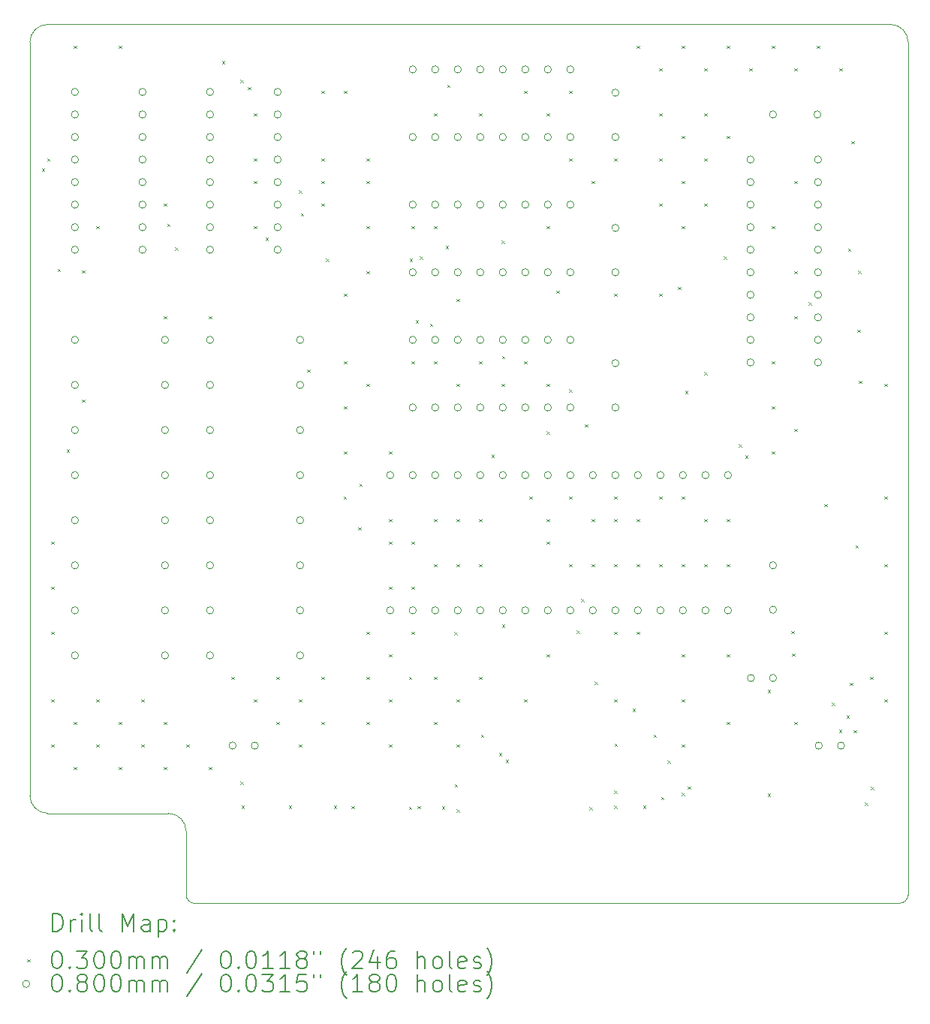
<source format=gbr>
%TF.GenerationSoftware,KiCad,Pcbnew,9.0.5-1.fc42*%
%TF.CreationDate,2025-11-09T16:45:22+08:00*%
%TF.ProjectId,XTra-RAM,58547261-2d52-4414-9d2e-6b696361645f,rev?*%
%TF.SameCoordinates,Original*%
%TF.FileFunction,Drillmap*%
%TF.FilePolarity,Positive*%
%FSLAX45Y45*%
G04 Gerber Fmt 4.5, Leading zero omitted, Abs format (unit mm)*
G04 Created by KiCad (PCBNEW 9.0.5-1.fc42) date 2025-11-09 16:45:22*
%MOMM*%
%LPD*%
G01*
G04 APERTURE LIST*
%ADD10C,0.050000*%
%ADD11C,0.200000*%
%ADD12C,0.100000*%
G04 APERTURE END LIST*
D10*
X11721877Y-13971671D02*
G75*
G02*
X11921669Y-14171671I-217J-200009D01*
G01*
X12021663Y-14986000D02*
G75*
G02*
X11921660Y-14886000I-3J100000D01*
G01*
X19866000Y-5080000D02*
G75*
G02*
X20066000Y-5280000I0J-200000D01*
G01*
X11921663Y-14171671D02*
X11921663Y-14886000D01*
X19866000Y-5080000D02*
X10360000Y-5080000D01*
X11721877Y-13971671D02*
X10359786Y-13970214D01*
X20066000Y-14886000D02*
G75*
G02*
X19966000Y-14986000I-100000J0D01*
G01*
X10359786Y-13970214D02*
G75*
G02*
X10159996Y-13770214I214J200004D01*
G01*
X20066000Y-14886000D02*
X20066000Y-5280000D01*
X10160000Y-5280000D02*
X10160000Y-13770214D01*
X10160000Y-5280000D02*
G75*
G02*
X10360000Y-5080000I200000J0D01*
G01*
X12021663Y-14986000D02*
X19966000Y-14986000D01*
D11*
D12*
X10293720Y-6701840D02*
X10323720Y-6731840D01*
X10323720Y-6701840D02*
X10293720Y-6731840D01*
X10353720Y-6590980D02*
X10383720Y-6620980D01*
X10383720Y-6590980D02*
X10353720Y-6620980D01*
X10399000Y-10907000D02*
X10429000Y-10937000D01*
X10429000Y-10907000D02*
X10399000Y-10937000D01*
X10399000Y-11415000D02*
X10429000Y-11445000D01*
X10429000Y-11415000D02*
X10399000Y-11445000D01*
X10399000Y-11923000D02*
X10429000Y-11953000D01*
X10429000Y-11923000D02*
X10399000Y-11953000D01*
X10399000Y-12685000D02*
X10429000Y-12715000D01*
X10429000Y-12685000D02*
X10399000Y-12715000D01*
X10399000Y-13193000D02*
X10429000Y-13223000D01*
X10429000Y-13193000D02*
X10399000Y-13223000D01*
X10471920Y-7834400D02*
X10501920Y-7864400D01*
X10501920Y-7834400D02*
X10471920Y-7864400D01*
X10572930Y-9871870D02*
X10602930Y-9901870D01*
X10602930Y-9871870D02*
X10572930Y-9901870D01*
X10653000Y-5319000D02*
X10683000Y-5349000D01*
X10683000Y-5319000D02*
X10653000Y-5349000D01*
X10653000Y-12939000D02*
X10683000Y-12969000D01*
X10683000Y-12939000D02*
X10653000Y-12969000D01*
X10653000Y-13447000D02*
X10683000Y-13477000D01*
X10683000Y-13447000D02*
X10653000Y-13477000D01*
X10748990Y-7851100D02*
X10778990Y-7881100D01*
X10778990Y-7851100D02*
X10748990Y-7881100D01*
X10748990Y-9305090D02*
X10778990Y-9335090D01*
X10778990Y-9305090D02*
X10748990Y-9335090D01*
X10907000Y-7351000D02*
X10937000Y-7381000D01*
X10937000Y-7351000D02*
X10907000Y-7381000D01*
X10907000Y-12685000D02*
X10937000Y-12715000D01*
X10937000Y-12685000D02*
X10907000Y-12715000D01*
X10907000Y-13193000D02*
X10937000Y-13223000D01*
X10937000Y-13193000D02*
X10907000Y-13223000D01*
X11161000Y-5319000D02*
X11191000Y-5349000D01*
X11191000Y-5319000D02*
X11161000Y-5349000D01*
X11161000Y-12939000D02*
X11191000Y-12969000D01*
X11191000Y-12939000D02*
X11161000Y-12969000D01*
X11161000Y-13447000D02*
X11191000Y-13477000D01*
X11191000Y-13447000D02*
X11161000Y-13477000D01*
X11415000Y-12685000D02*
X11445000Y-12715000D01*
X11445000Y-12685000D02*
X11415000Y-12715000D01*
X11415000Y-13193000D02*
X11445000Y-13223000D01*
X11445000Y-13193000D02*
X11415000Y-13223000D01*
X11669000Y-7097000D02*
X11699000Y-7127000D01*
X11699000Y-7097000D02*
X11669000Y-7127000D01*
X11669000Y-8367000D02*
X11699000Y-8397000D01*
X11699000Y-8367000D02*
X11669000Y-8397000D01*
X11669000Y-12939000D02*
X11699000Y-12969000D01*
X11699000Y-12939000D02*
X11669000Y-12969000D01*
X11669000Y-13447000D02*
X11699000Y-13477000D01*
X11699000Y-13447000D02*
X11669000Y-13477000D01*
X11709146Y-7326210D02*
X11739146Y-7356210D01*
X11739146Y-7326210D02*
X11709146Y-7356210D01*
X11799473Y-7593848D02*
X11829473Y-7623848D01*
X11829473Y-7593848D02*
X11799473Y-7623848D01*
X11923000Y-13193000D02*
X11953000Y-13223000D01*
X11953000Y-13193000D02*
X11923000Y-13223000D01*
X12177000Y-8367000D02*
X12207000Y-8397000D01*
X12207000Y-8367000D02*
X12177000Y-8397000D01*
X12177000Y-13447000D02*
X12207000Y-13477000D01*
X12207000Y-13447000D02*
X12177000Y-13477000D01*
X12324630Y-5492620D02*
X12354630Y-5522620D01*
X12354630Y-5492620D02*
X12324630Y-5522620D01*
X12431000Y-12431000D02*
X12461000Y-12461000D01*
X12461000Y-12431000D02*
X12431000Y-12461000D01*
X12532398Y-13611579D02*
X12562398Y-13641579D01*
X12562398Y-13611579D02*
X12532398Y-13641579D01*
X12535180Y-5703180D02*
X12565180Y-5733180D01*
X12565180Y-5703180D02*
X12535180Y-5733180D01*
X12547800Y-13884100D02*
X12577800Y-13914100D01*
X12577800Y-13884100D02*
X12547800Y-13914100D01*
X12616580Y-5784570D02*
X12646580Y-5814570D01*
X12646580Y-5784570D02*
X12616580Y-5814570D01*
X12685000Y-6081000D02*
X12715000Y-6111000D01*
X12715000Y-6081000D02*
X12685000Y-6111000D01*
X12685000Y-6589000D02*
X12715000Y-6619000D01*
X12715000Y-6589000D02*
X12685000Y-6619000D01*
X12685000Y-6843000D02*
X12715000Y-6873000D01*
X12715000Y-6843000D02*
X12685000Y-6873000D01*
X12685000Y-7351000D02*
X12715000Y-7381000D01*
X12715000Y-7351000D02*
X12685000Y-7381000D01*
X12685000Y-12685000D02*
X12715000Y-12715000D01*
X12715000Y-12685000D02*
X12685000Y-12715000D01*
X12816250Y-7483470D02*
X12846250Y-7513470D01*
X12846250Y-7483470D02*
X12816250Y-7513470D01*
X12939000Y-12431000D02*
X12969000Y-12461000D01*
X12969000Y-12431000D02*
X12939000Y-12461000D01*
X12939000Y-12939000D02*
X12969000Y-12969000D01*
X12969000Y-12939000D02*
X12939000Y-12969000D01*
X13081420Y-13884100D02*
X13111420Y-13914100D01*
X13111420Y-13884100D02*
X13081420Y-13914100D01*
X13193000Y-12685000D02*
X13223000Y-12715000D01*
X13223000Y-12685000D02*
X13193000Y-12715000D01*
X13193000Y-13193000D02*
X13223000Y-13223000D01*
X13223000Y-13193000D02*
X13193000Y-13223000D01*
X13196230Y-6948130D02*
X13226230Y-6978130D01*
X13226230Y-6948130D02*
X13196230Y-6978130D01*
X13216940Y-7208040D02*
X13246940Y-7238040D01*
X13246940Y-7208040D02*
X13216940Y-7238040D01*
X13289610Y-8967100D02*
X13319610Y-8997100D01*
X13319610Y-8967100D02*
X13289610Y-8997100D01*
X13447000Y-5827000D02*
X13477000Y-5857000D01*
X13477000Y-5827000D02*
X13447000Y-5857000D01*
X13447000Y-6589000D02*
X13477000Y-6619000D01*
X13477000Y-6589000D02*
X13447000Y-6619000D01*
X13447000Y-6843000D02*
X13477000Y-6873000D01*
X13477000Y-6843000D02*
X13447000Y-6873000D01*
X13447000Y-7097000D02*
X13477000Y-7127000D01*
X13477000Y-7097000D02*
X13447000Y-7127000D01*
X13447000Y-12431000D02*
X13477000Y-12461000D01*
X13477000Y-12431000D02*
X13447000Y-12461000D01*
X13447000Y-12939000D02*
X13477000Y-12969000D01*
X13477000Y-12939000D02*
X13447000Y-12969000D01*
X13500020Y-7717690D02*
X13530020Y-7747690D01*
X13530020Y-7717690D02*
X13500020Y-7747690D01*
X13587200Y-13884420D02*
X13617200Y-13914420D01*
X13617200Y-13884420D02*
X13587200Y-13914420D01*
X13696390Y-10399000D02*
X13726390Y-10429000D01*
X13726390Y-10399000D02*
X13696390Y-10429000D01*
X13701000Y-5827000D02*
X13731000Y-5857000D01*
X13731000Y-5827000D02*
X13701000Y-5857000D01*
X13701000Y-8113000D02*
X13731000Y-8143000D01*
X13731000Y-8113000D02*
X13701000Y-8143000D01*
X13701000Y-8875000D02*
X13731000Y-8905000D01*
X13731000Y-8875000D02*
X13701000Y-8905000D01*
X13701000Y-9383000D02*
X13731000Y-9413000D01*
X13731000Y-9383000D02*
X13701000Y-9413000D01*
X13701000Y-9891000D02*
X13731000Y-9921000D01*
X13731000Y-9891000D02*
X13701000Y-9921000D01*
X13788650Y-13888370D02*
X13818650Y-13918370D01*
X13818650Y-13888370D02*
X13788650Y-13918370D01*
X13862370Y-10747720D02*
X13892370Y-10777720D01*
X13892370Y-10747720D02*
X13862370Y-10777720D01*
X13876500Y-10255940D02*
X13906500Y-10285940D01*
X13906500Y-10255940D02*
X13876500Y-10285940D01*
X13955000Y-6589000D02*
X13985000Y-6619000D01*
X13985000Y-6589000D02*
X13955000Y-6619000D01*
X13955000Y-6843000D02*
X13985000Y-6873000D01*
X13985000Y-6843000D02*
X13955000Y-6873000D01*
X13955000Y-7351000D02*
X13985000Y-7381000D01*
X13985000Y-7351000D02*
X13955000Y-7381000D01*
X13955000Y-7859000D02*
X13985000Y-7889000D01*
X13985000Y-7859000D02*
X13955000Y-7889000D01*
X13955000Y-9129000D02*
X13985000Y-9159000D01*
X13985000Y-9129000D02*
X13955000Y-9159000D01*
X13955000Y-11923000D02*
X13985000Y-11953000D01*
X13985000Y-11923000D02*
X13955000Y-11953000D01*
X13955000Y-12431000D02*
X13985000Y-12461000D01*
X13985000Y-12431000D02*
X13955000Y-12461000D01*
X13955000Y-12939000D02*
X13985000Y-12969000D01*
X13985000Y-12939000D02*
X13955000Y-12969000D01*
X14209000Y-9891000D02*
X14239000Y-9921000D01*
X14239000Y-9891000D02*
X14209000Y-9921000D01*
X14209000Y-10653000D02*
X14239000Y-10683000D01*
X14239000Y-10653000D02*
X14209000Y-10683000D01*
X14209000Y-10907000D02*
X14239000Y-10937000D01*
X14239000Y-10907000D02*
X14209000Y-10937000D01*
X14209000Y-11415000D02*
X14239000Y-11445000D01*
X14239000Y-11415000D02*
X14209000Y-11445000D01*
X14209000Y-12177000D02*
X14239000Y-12207000D01*
X14239000Y-12177000D02*
X14209000Y-12207000D01*
X14209000Y-12685000D02*
X14239000Y-12715000D01*
X14239000Y-12685000D02*
X14209000Y-12715000D01*
X14209000Y-13193000D02*
X14239000Y-13223000D01*
X14239000Y-13193000D02*
X14209000Y-13223000D01*
X14434310Y-12431000D02*
X14464310Y-12461000D01*
X14464310Y-12431000D02*
X14434310Y-12461000D01*
X14434310Y-13895310D02*
X14464310Y-13925310D01*
X14464310Y-13895310D02*
X14434310Y-13925310D01*
X14442680Y-7717610D02*
X14472680Y-7747610D01*
X14472680Y-7717610D02*
X14442680Y-7747610D01*
X14463000Y-7351000D02*
X14493000Y-7381000D01*
X14493000Y-7351000D02*
X14463000Y-7381000D01*
X14463000Y-8875000D02*
X14493000Y-8905000D01*
X14493000Y-8875000D02*
X14463000Y-8905000D01*
X14463000Y-10907000D02*
X14493000Y-10937000D01*
X14493000Y-10907000D02*
X14463000Y-10937000D01*
X14463000Y-11415000D02*
X14493000Y-11445000D01*
X14493000Y-11415000D02*
X14463000Y-11445000D01*
X14463000Y-11923000D02*
X14493000Y-11953000D01*
X14493000Y-11923000D02*
X14463000Y-11953000D01*
X14510220Y-8414220D02*
X14540220Y-8444220D01*
X14540220Y-8414220D02*
X14510220Y-8444220D01*
X14530970Y-13885510D02*
X14560970Y-13915510D01*
X14560970Y-13885510D02*
X14530970Y-13915510D01*
X14555060Y-7694930D02*
X14585060Y-7724930D01*
X14585060Y-7694930D02*
X14555060Y-7724930D01*
X14670700Y-8451520D02*
X14700700Y-8481520D01*
X14700700Y-8451520D02*
X14670700Y-8481520D01*
X14717000Y-6081000D02*
X14747000Y-6111000D01*
X14747000Y-6081000D02*
X14717000Y-6111000D01*
X14717000Y-7351000D02*
X14747000Y-7381000D01*
X14747000Y-7351000D02*
X14717000Y-7381000D01*
X14717000Y-8875000D02*
X14747000Y-8905000D01*
X14747000Y-8875000D02*
X14717000Y-8905000D01*
X14717000Y-10653000D02*
X14747000Y-10683000D01*
X14747000Y-10653000D02*
X14717000Y-10683000D01*
X14717000Y-11161000D02*
X14747000Y-11191000D01*
X14747000Y-11161000D02*
X14717000Y-11191000D01*
X14717000Y-12431000D02*
X14747000Y-12461000D01*
X14747000Y-12431000D02*
X14717000Y-12461000D01*
X14717000Y-12939000D02*
X14747000Y-12969000D01*
X14747000Y-12939000D02*
X14717000Y-12969000D01*
X14806100Y-13893790D02*
X14836100Y-13923790D01*
X14836100Y-13893790D02*
X14806100Y-13923790D01*
X14848900Y-7574140D02*
X14878900Y-7604140D01*
X14878900Y-7574140D02*
X14848900Y-7604140D01*
X14864840Y-5757860D02*
X14894840Y-5787860D01*
X14894840Y-5757860D02*
X14864840Y-5787860D01*
X14947130Y-11925290D02*
X14977130Y-11955290D01*
X14977130Y-11925290D02*
X14947130Y-11955290D01*
X14952180Y-13640260D02*
X14982180Y-13670260D01*
X14982180Y-13640260D02*
X14952180Y-13670260D01*
X14971000Y-8173821D02*
X15001000Y-8203821D01*
X15001000Y-8173821D02*
X14971000Y-8203821D01*
X14971000Y-9129000D02*
X15001000Y-9159000D01*
X15001000Y-9129000D02*
X14971000Y-9159000D01*
X14971000Y-10653000D02*
X15001000Y-10683000D01*
X15001000Y-10653000D02*
X14971000Y-10683000D01*
X14971000Y-11161000D02*
X15001000Y-11191000D01*
X15001000Y-11161000D02*
X14971000Y-11191000D01*
X14971000Y-12685000D02*
X15001000Y-12715000D01*
X15001000Y-12685000D02*
X14971000Y-12715000D01*
X14971000Y-13193000D02*
X15001000Y-13223000D01*
X15001000Y-13193000D02*
X14971000Y-13223000D01*
X14971000Y-13925000D02*
X15001000Y-13955000D01*
X15001000Y-13925000D02*
X14971000Y-13955000D01*
X15225000Y-6081000D02*
X15255000Y-6111000D01*
X15255000Y-6081000D02*
X15225000Y-6111000D01*
X15225000Y-8875000D02*
X15255000Y-8905000D01*
X15255000Y-8875000D02*
X15225000Y-8905000D01*
X15225000Y-10653000D02*
X15255000Y-10683000D01*
X15255000Y-10653000D02*
X15225000Y-10683000D01*
X15225000Y-11161000D02*
X15255000Y-11191000D01*
X15255000Y-11161000D02*
X15225000Y-11191000D01*
X15225000Y-12431000D02*
X15255000Y-12461000D01*
X15255000Y-12431000D02*
X15225000Y-12461000D01*
X15249120Y-13083320D02*
X15279120Y-13113320D01*
X15279120Y-13083320D02*
X15249120Y-13113320D01*
X15367680Y-9928980D02*
X15397680Y-9958980D01*
X15397680Y-9928980D02*
X15367680Y-9958980D01*
X15449460Y-13288660D02*
X15479460Y-13318660D01*
X15479460Y-13288660D02*
X15449460Y-13318660D01*
X15479000Y-7514140D02*
X15509000Y-7544140D01*
X15509000Y-7514140D02*
X15479000Y-7544140D01*
X15479000Y-9129000D02*
X15509000Y-9159000D01*
X15509000Y-9129000D02*
X15479000Y-9159000D01*
X15485110Y-8814890D02*
X15515110Y-8844890D01*
X15515110Y-8814890D02*
X15485110Y-8844890D01*
X15485990Y-11842420D02*
X15515990Y-11872420D01*
X15515990Y-11842420D02*
X15485990Y-11872420D01*
X15525630Y-13364830D02*
X15555630Y-13394830D01*
X15555630Y-13364830D02*
X15525630Y-13394830D01*
X15733000Y-5827000D02*
X15763000Y-5857000D01*
X15763000Y-5827000D02*
X15733000Y-5857000D01*
X15733000Y-8875000D02*
X15763000Y-8905000D01*
X15763000Y-8875000D02*
X15733000Y-8905000D01*
X15733000Y-12685000D02*
X15763000Y-12715000D01*
X15763000Y-12685000D02*
X15733000Y-12715000D01*
X15793000Y-10399000D02*
X15823000Y-10429000D01*
X15823000Y-10399000D02*
X15793000Y-10429000D01*
X15987000Y-6081000D02*
X16017000Y-6111000D01*
X16017000Y-6081000D02*
X15987000Y-6111000D01*
X15987000Y-7351000D02*
X16017000Y-7381000D01*
X16017000Y-7351000D02*
X15987000Y-7381000D01*
X15987000Y-9129000D02*
X16017000Y-9159000D01*
X16017000Y-9129000D02*
X15987000Y-9159000D01*
X15987000Y-9665170D02*
X16017000Y-9695170D01*
X16017000Y-9665170D02*
X15987000Y-9695170D01*
X15987000Y-10653000D02*
X16017000Y-10683000D01*
X16017000Y-10653000D02*
X15987000Y-10683000D01*
X15987000Y-10907000D02*
X16017000Y-10937000D01*
X16017000Y-10907000D02*
X15987000Y-10937000D01*
X15987000Y-12177000D02*
X16017000Y-12207000D01*
X16017000Y-12177000D02*
X15987000Y-12207000D01*
X16097170Y-8078690D02*
X16127170Y-8108690D01*
X16127170Y-8078690D02*
X16097170Y-8108690D01*
X16241000Y-5827000D02*
X16271000Y-5857000D01*
X16271000Y-5827000D02*
X16241000Y-5857000D01*
X16241000Y-6589000D02*
X16271000Y-6619000D01*
X16271000Y-6589000D02*
X16241000Y-6619000D01*
X16241000Y-9193450D02*
X16271000Y-9223450D01*
X16271000Y-9193450D02*
X16241000Y-9223450D01*
X16241000Y-10399000D02*
X16271000Y-10429000D01*
X16271000Y-10399000D02*
X16241000Y-10429000D01*
X16241000Y-11161000D02*
X16271000Y-11191000D01*
X16271000Y-11161000D02*
X16241000Y-11191000D01*
X16325830Y-11910200D02*
X16355830Y-11940200D01*
X16355830Y-11910200D02*
X16325830Y-11940200D01*
X16379560Y-11555790D02*
X16409560Y-11585790D01*
X16409560Y-11555790D02*
X16379560Y-11585790D01*
X16418520Y-9585740D02*
X16448520Y-9615740D01*
X16448520Y-9585740D02*
X16418520Y-9615740D01*
X16472660Y-13901820D02*
X16502660Y-13931820D01*
X16502660Y-13901820D02*
X16472660Y-13931820D01*
X16495000Y-6843000D02*
X16525000Y-6873000D01*
X16525000Y-6843000D02*
X16495000Y-6873000D01*
X16495000Y-10653000D02*
X16525000Y-10683000D01*
X16525000Y-10653000D02*
X16495000Y-10683000D01*
X16495000Y-11161000D02*
X16525000Y-11191000D01*
X16525000Y-11161000D02*
X16495000Y-11191000D01*
X16530927Y-12485404D02*
X16560927Y-12515404D01*
X16560927Y-12485404D02*
X16530927Y-12515404D01*
X16749000Y-6589000D02*
X16779000Y-6619000D01*
X16779000Y-6589000D02*
X16749000Y-6619000D01*
X16749000Y-8113000D02*
X16779000Y-8143000D01*
X16779000Y-8113000D02*
X16749000Y-8143000D01*
X16749000Y-10399000D02*
X16779000Y-10429000D01*
X16779000Y-10399000D02*
X16749000Y-10429000D01*
X16749000Y-10653000D02*
X16779000Y-10683000D01*
X16779000Y-10653000D02*
X16749000Y-10683000D01*
X16749000Y-11161000D02*
X16779000Y-11191000D01*
X16779000Y-11161000D02*
X16749000Y-11191000D01*
X16749000Y-11923000D02*
X16779000Y-11953000D01*
X16779000Y-11923000D02*
X16749000Y-11953000D01*
X16749000Y-12685000D02*
X16779000Y-12715000D01*
X16779000Y-12685000D02*
X16749000Y-12715000D01*
X16749000Y-13714180D02*
X16779000Y-13744180D01*
X16779000Y-13714180D02*
X16749000Y-13744180D01*
X16749000Y-13884100D02*
X16779000Y-13914100D01*
X16779000Y-13884100D02*
X16749000Y-13914100D01*
X16756186Y-13185813D02*
X16786187Y-13215813D01*
X16786187Y-13185813D02*
X16756186Y-13215813D01*
X16958630Y-12791370D02*
X16988630Y-12821370D01*
X16988630Y-12791370D02*
X16958630Y-12821370D01*
X17003000Y-5319000D02*
X17033000Y-5349000D01*
X17033000Y-5319000D02*
X17003000Y-5349000D01*
X17003000Y-10653000D02*
X17033000Y-10683000D01*
X17033000Y-10653000D02*
X17003000Y-10683000D01*
X17003000Y-11161000D02*
X17033000Y-11191000D01*
X17033000Y-11161000D02*
X17003000Y-11191000D01*
X17003000Y-11923000D02*
X17033000Y-11953000D01*
X17033000Y-11923000D02*
X17003000Y-11953000D01*
X17077400Y-13884100D02*
X17107400Y-13914100D01*
X17107400Y-13884100D02*
X17077400Y-13914100D01*
X17194400Y-13083320D02*
X17224400Y-13113320D01*
X17224400Y-13083320D02*
X17194400Y-13113320D01*
X17257000Y-5573000D02*
X17287000Y-5603000D01*
X17287000Y-5573000D02*
X17257000Y-5603000D01*
X17257000Y-6081000D02*
X17287000Y-6111000D01*
X17287000Y-6081000D02*
X17257000Y-6111000D01*
X17257000Y-6589000D02*
X17287000Y-6619000D01*
X17287000Y-6589000D02*
X17257000Y-6619000D01*
X17257000Y-7097000D02*
X17287000Y-7127000D01*
X17287000Y-7097000D02*
X17257000Y-7127000D01*
X17257000Y-8113000D02*
X17287000Y-8143000D01*
X17287000Y-8113000D02*
X17257000Y-8143000D01*
X17257000Y-10399000D02*
X17287000Y-10429000D01*
X17287000Y-10399000D02*
X17257000Y-10429000D01*
X17257000Y-11161000D02*
X17287000Y-11191000D01*
X17287000Y-11161000D02*
X17257000Y-11191000D01*
X17281060Y-13784400D02*
X17311060Y-13814400D01*
X17311060Y-13784400D02*
X17281060Y-13814400D01*
X17350380Y-13375270D02*
X17380380Y-13405270D01*
X17380380Y-13375270D02*
X17350380Y-13405270D01*
X17469528Y-8038524D02*
X17499528Y-8068524D01*
X17499528Y-8038524D02*
X17469528Y-8068524D01*
X17511000Y-5319000D02*
X17541000Y-5349000D01*
X17541000Y-5319000D02*
X17511000Y-5349000D01*
X17511000Y-6335000D02*
X17541000Y-6365000D01*
X17541000Y-6335000D02*
X17511000Y-6365000D01*
X17511000Y-6843000D02*
X17541000Y-6873000D01*
X17541000Y-6843000D02*
X17511000Y-6873000D01*
X17511000Y-7351000D02*
X17541000Y-7381000D01*
X17541000Y-7351000D02*
X17511000Y-7381000D01*
X17511000Y-10399000D02*
X17541000Y-10429000D01*
X17541000Y-10399000D02*
X17511000Y-10429000D01*
X17511000Y-11161000D02*
X17541000Y-11191000D01*
X17541000Y-11161000D02*
X17511000Y-11191000D01*
X17511000Y-12177000D02*
X17541000Y-12207000D01*
X17541000Y-12177000D02*
X17511000Y-12207000D01*
X17511000Y-12685000D02*
X17541000Y-12715000D01*
X17541000Y-12685000D02*
X17511000Y-12715000D01*
X17511000Y-13193000D02*
X17541000Y-13223000D01*
X17541000Y-13193000D02*
X17511000Y-13223000D01*
X17511000Y-13737260D02*
X17541000Y-13767260D01*
X17541000Y-13737260D02*
X17511000Y-13767260D01*
X17550030Y-9209870D02*
X17580030Y-9239870D01*
X17580030Y-9209870D02*
X17550030Y-9239870D01*
X17579110Y-13667520D02*
X17609110Y-13697520D01*
X17609110Y-13667520D02*
X17579110Y-13697520D01*
X17765000Y-5573000D02*
X17795000Y-5603000D01*
X17795000Y-5573000D02*
X17765000Y-5603000D01*
X17765000Y-6081000D02*
X17795000Y-6111000D01*
X17795000Y-6081000D02*
X17765000Y-6111000D01*
X17765000Y-6589000D02*
X17795000Y-6619000D01*
X17795000Y-6589000D02*
X17765000Y-6619000D01*
X17765000Y-7097000D02*
X17795000Y-7127000D01*
X17795000Y-7097000D02*
X17765000Y-7127000D01*
X17765000Y-8996020D02*
X17795000Y-9026020D01*
X17795000Y-8996020D02*
X17765000Y-9026020D01*
X17765000Y-10653000D02*
X17795000Y-10683000D01*
X17795000Y-10653000D02*
X17765000Y-10683000D01*
X17765000Y-11161000D02*
X17795000Y-11191000D01*
X17795000Y-11161000D02*
X17765000Y-11191000D01*
X17988000Y-7694930D02*
X18018000Y-7724930D01*
X18018000Y-7694930D02*
X17988000Y-7724930D01*
X18019000Y-5319000D02*
X18049000Y-5349000D01*
X18049000Y-5319000D02*
X18019000Y-5349000D01*
X18019000Y-6335000D02*
X18049000Y-6365000D01*
X18049000Y-6335000D02*
X18019000Y-6365000D01*
X18019000Y-10653000D02*
X18049000Y-10683000D01*
X18049000Y-10653000D02*
X18019000Y-10683000D01*
X18019000Y-11161000D02*
X18049000Y-11191000D01*
X18049000Y-11161000D02*
X18019000Y-11191000D01*
X18019000Y-12177000D02*
X18049000Y-12207000D01*
X18049000Y-12177000D02*
X18019000Y-12207000D01*
X18019000Y-12939000D02*
X18049000Y-12969000D01*
X18049000Y-12939000D02*
X18019000Y-12969000D01*
X18157697Y-9811374D02*
X18187697Y-9841374D01*
X18187697Y-9811374D02*
X18157697Y-9841374D01*
X18226432Y-9937568D02*
X18256432Y-9967568D01*
X18256432Y-9937568D02*
X18226432Y-9967568D01*
X18273000Y-5573000D02*
X18303000Y-5603000D01*
X18303000Y-5573000D02*
X18273000Y-5603000D01*
X18481890Y-12578250D02*
X18511890Y-12608250D01*
X18511890Y-12578250D02*
X18481890Y-12608250D01*
X18481890Y-13749970D02*
X18511890Y-13779970D01*
X18511890Y-13749970D02*
X18481890Y-13779970D01*
X18527000Y-5319000D02*
X18557000Y-5349000D01*
X18557000Y-5319000D02*
X18527000Y-5349000D01*
X18527000Y-7351000D02*
X18557000Y-7381000D01*
X18557000Y-7351000D02*
X18527000Y-7381000D01*
X18527000Y-8875000D02*
X18557000Y-8905000D01*
X18557000Y-8875000D02*
X18527000Y-8905000D01*
X18527000Y-9383000D02*
X18557000Y-9413000D01*
X18557000Y-9383000D02*
X18527000Y-9413000D01*
X18527000Y-9891000D02*
X18557000Y-9921000D01*
X18557000Y-9891000D02*
X18527000Y-9921000D01*
X18747530Y-11915520D02*
X18777530Y-11945520D01*
X18777530Y-11915520D02*
X18747530Y-11945520D01*
X18754738Y-12168874D02*
X18784738Y-12198874D01*
X18784738Y-12168874D02*
X18754738Y-12198874D01*
X18781000Y-5573000D02*
X18811000Y-5603000D01*
X18811000Y-5573000D02*
X18781000Y-5603000D01*
X18781000Y-6843000D02*
X18811000Y-6873000D01*
X18811000Y-6843000D02*
X18781000Y-6873000D01*
X18781000Y-7859000D02*
X18811000Y-7889000D01*
X18811000Y-7859000D02*
X18781000Y-7889000D01*
X18781000Y-8367000D02*
X18811000Y-8397000D01*
X18811000Y-8367000D02*
X18781000Y-8397000D01*
X18781000Y-9637000D02*
X18811000Y-9667000D01*
X18811000Y-9637000D02*
X18781000Y-9667000D01*
X18781000Y-12939000D02*
X18811000Y-12969000D01*
X18811000Y-12939000D02*
X18781000Y-12969000D01*
X18941830Y-8212000D02*
X18971830Y-8242000D01*
X18971830Y-8212000D02*
X18941830Y-8242000D01*
X19035000Y-5319000D02*
X19065000Y-5349000D01*
X19065000Y-5319000D02*
X19035000Y-5349000D01*
X19120774Y-10484774D02*
X19150774Y-10514774D01*
X19150774Y-10484774D02*
X19120774Y-10514774D01*
X19204610Y-12723930D02*
X19234610Y-12753930D01*
X19234610Y-12723930D02*
X19204610Y-12753930D01*
X19286370Y-13028120D02*
X19316370Y-13058120D01*
X19316370Y-13028120D02*
X19286370Y-13058120D01*
X19289000Y-5573000D02*
X19319000Y-5603000D01*
X19319000Y-5573000D02*
X19289000Y-5603000D01*
X19368927Y-12865074D02*
X19398927Y-12895074D01*
X19398927Y-12865074D02*
X19368927Y-12895074D01*
X19388980Y-7605000D02*
X19418980Y-7635000D01*
X19418980Y-7605000D02*
X19388980Y-7635000D01*
X19410890Y-12499420D02*
X19440890Y-12529420D01*
X19440890Y-12499420D02*
X19410890Y-12529420D01*
X19423577Y-6395189D02*
X19453577Y-6425189D01*
X19453577Y-6395189D02*
X19423577Y-6425189D01*
X19451320Y-13032320D02*
X19481320Y-13062320D01*
X19481320Y-13032320D02*
X19451320Y-13062320D01*
X19470808Y-10949887D02*
X19500808Y-10979887D01*
X19500808Y-10949887D02*
X19470808Y-10979887D01*
X19491214Y-8518254D02*
X19521214Y-8548254D01*
X19521214Y-8518254D02*
X19491214Y-8548254D01*
X19502722Y-7856546D02*
X19532722Y-7886546D01*
X19532722Y-7856546D02*
X19502722Y-7886546D01*
X19509980Y-9095980D02*
X19539980Y-9125980D01*
X19539980Y-9095980D02*
X19509980Y-9125980D01*
X19578450Y-13849340D02*
X19608450Y-13879340D01*
X19608450Y-13849340D02*
X19578450Y-13879340D01*
X19639010Y-12431000D02*
X19669010Y-12461000D01*
X19669010Y-12431000D02*
X19639010Y-12461000D01*
X19646050Y-13670130D02*
X19676050Y-13700130D01*
X19676050Y-13670130D02*
X19646050Y-13700130D01*
X19797000Y-9129000D02*
X19827000Y-9159000D01*
X19827000Y-9129000D02*
X19797000Y-9159000D01*
X19797000Y-10399000D02*
X19827000Y-10429000D01*
X19827000Y-10399000D02*
X19797000Y-10429000D01*
X19797000Y-11161000D02*
X19827000Y-11191000D01*
X19827000Y-11161000D02*
X19797000Y-11191000D01*
X19797000Y-11923000D02*
X19827000Y-11953000D01*
X19827000Y-11923000D02*
X19797000Y-11953000D01*
X19797000Y-12685000D02*
X19827000Y-12715000D01*
X19827000Y-12685000D02*
X19797000Y-12715000D01*
X10708000Y-5842000D02*
G75*
G02*
X10628000Y-5842000I-40000J0D01*
G01*
X10628000Y-5842000D02*
G75*
G02*
X10708000Y-5842000I40000J0D01*
G01*
X10708000Y-6096000D02*
G75*
G02*
X10628000Y-6096000I-40000J0D01*
G01*
X10628000Y-6096000D02*
G75*
G02*
X10708000Y-6096000I40000J0D01*
G01*
X10708000Y-6350000D02*
G75*
G02*
X10628000Y-6350000I-40000J0D01*
G01*
X10628000Y-6350000D02*
G75*
G02*
X10708000Y-6350000I40000J0D01*
G01*
X10708000Y-6604000D02*
G75*
G02*
X10628000Y-6604000I-40000J0D01*
G01*
X10628000Y-6604000D02*
G75*
G02*
X10708000Y-6604000I40000J0D01*
G01*
X10708000Y-6858000D02*
G75*
G02*
X10628000Y-6858000I-40000J0D01*
G01*
X10628000Y-6858000D02*
G75*
G02*
X10708000Y-6858000I40000J0D01*
G01*
X10708000Y-7112000D02*
G75*
G02*
X10628000Y-7112000I-40000J0D01*
G01*
X10628000Y-7112000D02*
G75*
G02*
X10708000Y-7112000I40000J0D01*
G01*
X10708000Y-7366000D02*
G75*
G02*
X10628000Y-7366000I-40000J0D01*
G01*
X10628000Y-7366000D02*
G75*
G02*
X10708000Y-7366000I40000J0D01*
G01*
X10708000Y-7620000D02*
G75*
G02*
X10628000Y-7620000I-40000J0D01*
G01*
X10628000Y-7620000D02*
G75*
G02*
X10708000Y-7620000I40000J0D01*
G01*
X10708000Y-8636000D02*
G75*
G02*
X10628000Y-8636000I-40000J0D01*
G01*
X10628000Y-8636000D02*
G75*
G02*
X10708000Y-8636000I40000J0D01*
G01*
X10708000Y-9144000D02*
G75*
G02*
X10628000Y-9144000I-40000J0D01*
G01*
X10628000Y-9144000D02*
G75*
G02*
X10708000Y-9144000I40000J0D01*
G01*
X10708000Y-9652000D02*
G75*
G02*
X10628000Y-9652000I-40000J0D01*
G01*
X10628000Y-9652000D02*
G75*
G02*
X10708000Y-9652000I40000J0D01*
G01*
X10708000Y-10160000D02*
G75*
G02*
X10628000Y-10160000I-40000J0D01*
G01*
X10628000Y-10160000D02*
G75*
G02*
X10708000Y-10160000I40000J0D01*
G01*
X10708000Y-10668000D02*
G75*
G02*
X10628000Y-10668000I-40000J0D01*
G01*
X10628000Y-10668000D02*
G75*
G02*
X10708000Y-10668000I40000J0D01*
G01*
X10708000Y-11176000D02*
G75*
G02*
X10628000Y-11176000I-40000J0D01*
G01*
X10628000Y-11176000D02*
G75*
G02*
X10708000Y-11176000I40000J0D01*
G01*
X10708000Y-11684000D02*
G75*
G02*
X10628000Y-11684000I-40000J0D01*
G01*
X10628000Y-11684000D02*
G75*
G02*
X10708000Y-11684000I40000J0D01*
G01*
X10708000Y-12192000D02*
G75*
G02*
X10628000Y-12192000I-40000J0D01*
G01*
X10628000Y-12192000D02*
G75*
G02*
X10708000Y-12192000I40000J0D01*
G01*
X11470000Y-5842000D02*
G75*
G02*
X11390000Y-5842000I-40000J0D01*
G01*
X11390000Y-5842000D02*
G75*
G02*
X11470000Y-5842000I40000J0D01*
G01*
X11470000Y-6096000D02*
G75*
G02*
X11390000Y-6096000I-40000J0D01*
G01*
X11390000Y-6096000D02*
G75*
G02*
X11470000Y-6096000I40000J0D01*
G01*
X11470000Y-6350000D02*
G75*
G02*
X11390000Y-6350000I-40000J0D01*
G01*
X11390000Y-6350000D02*
G75*
G02*
X11470000Y-6350000I40000J0D01*
G01*
X11470000Y-6604000D02*
G75*
G02*
X11390000Y-6604000I-40000J0D01*
G01*
X11390000Y-6604000D02*
G75*
G02*
X11470000Y-6604000I40000J0D01*
G01*
X11470000Y-6858000D02*
G75*
G02*
X11390000Y-6858000I-40000J0D01*
G01*
X11390000Y-6858000D02*
G75*
G02*
X11470000Y-6858000I40000J0D01*
G01*
X11470000Y-7112000D02*
G75*
G02*
X11390000Y-7112000I-40000J0D01*
G01*
X11390000Y-7112000D02*
G75*
G02*
X11470000Y-7112000I40000J0D01*
G01*
X11470000Y-7366000D02*
G75*
G02*
X11390000Y-7366000I-40000J0D01*
G01*
X11390000Y-7366000D02*
G75*
G02*
X11470000Y-7366000I40000J0D01*
G01*
X11470000Y-7620000D02*
G75*
G02*
X11390000Y-7620000I-40000J0D01*
G01*
X11390000Y-7620000D02*
G75*
G02*
X11470000Y-7620000I40000J0D01*
G01*
X11724000Y-8636000D02*
G75*
G02*
X11644000Y-8636000I-40000J0D01*
G01*
X11644000Y-8636000D02*
G75*
G02*
X11724000Y-8636000I40000J0D01*
G01*
X11724000Y-9144000D02*
G75*
G02*
X11644000Y-9144000I-40000J0D01*
G01*
X11644000Y-9144000D02*
G75*
G02*
X11724000Y-9144000I40000J0D01*
G01*
X11724000Y-9652000D02*
G75*
G02*
X11644000Y-9652000I-40000J0D01*
G01*
X11644000Y-9652000D02*
G75*
G02*
X11724000Y-9652000I40000J0D01*
G01*
X11724000Y-10160000D02*
G75*
G02*
X11644000Y-10160000I-40000J0D01*
G01*
X11644000Y-10160000D02*
G75*
G02*
X11724000Y-10160000I40000J0D01*
G01*
X11724000Y-10668000D02*
G75*
G02*
X11644000Y-10668000I-40000J0D01*
G01*
X11644000Y-10668000D02*
G75*
G02*
X11724000Y-10668000I40000J0D01*
G01*
X11724000Y-11176000D02*
G75*
G02*
X11644000Y-11176000I-40000J0D01*
G01*
X11644000Y-11176000D02*
G75*
G02*
X11724000Y-11176000I40000J0D01*
G01*
X11724000Y-11684000D02*
G75*
G02*
X11644000Y-11684000I-40000J0D01*
G01*
X11644000Y-11684000D02*
G75*
G02*
X11724000Y-11684000I40000J0D01*
G01*
X11724000Y-12192000D02*
G75*
G02*
X11644000Y-12192000I-40000J0D01*
G01*
X11644000Y-12192000D02*
G75*
G02*
X11724000Y-12192000I40000J0D01*
G01*
X12232000Y-5842000D02*
G75*
G02*
X12152000Y-5842000I-40000J0D01*
G01*
X12152000Y-5842000D02*
G75*
G02*
X12232000Y-5842000I40000J0D01*
G01*
X12232000Y-6096000D02*
G75*
G02*
X12152000Y-6096000I-40000J0D01*
G01*
X12152000Y-6096000D02*
G75*
G02*
X12232000Y-6096000I40000J0D01*
G01*
X12232000Y-6350000D02*
G75*
G02*
X12152000Y-6350000I-40000J0D01*
G01*
X12152000Y-6350000D02*
G75*
G02*
X12232000Y-6350000I40000J0D01*
G01*
X12232000Y-6604000D02*
G75*
G02*
X12152000Y-6604000I-40000J0D01*
G01*
X12152000Y-6604000D02*
G75*
G02*
X12232000Y-6604000I40000J0D01*
G01*
X12232000Y-6858000D02*
G75*
G02*
X12152000Y-6858000I-40000J0D01*
G01*
X12152000Y-6858000D02*
G75*
G02*
X12232000Y-6858000I40000J0D01*
G01*
X12232000Y-7112000D02*
G75*
G02*
X12152000Y-7112000I-40000J0D01*
G01*
X12152000Y-7112000D02*
G75*
G02*
X12232000Y-7112000I40000J0D01*
G01*
X12232000Y-7366000D02*
G75*
G02*
X12152000Y-7366000I-40000J0D01*
G01*
X12152000Y-7366000D02*
G75*
G02*
X12232000Y-7366000I40000J0D01*
G01*
X12232000Y-7620000D02*
G75*
G02*
X12152000Y-7620000I-40000J0D01*
G01*
X12152000Y-7620000D02*
G75*
G02*
X12232000Y-7620000I40000J0D01*
G01*
X12232000Y-8636000D02*
G75*
G02*
X12152000Y-8636000I-40000J0D01*
G01*
X12152000Y-8636000D02*
G75*
G02*
X12232000Y-8636000I40000J0D01*
G01*
X12232000Y-9144000D02*
G75*
G02*
X12152000Y-9144000I-40000J0D01*
G01*
X12152000Y-9144000D02*
G75*
G02*
X12232000Y-9144000I40000J0D01*
G01*
X12232000Y-9652000D02*
G75*
G02*
X12152000Y-9652000I-40000J0D01*
G01*
X12152000Y-9652000D02*
G75*
G02*
X12232000Y-9652000I40000J0D01*
G01*
X12232000Y-10160000D02*
G75*
G02*
X12152000Y-10160000I-40000J0D01*
G01*
X12152000Y-10160000D02*
G75*
G02*
X12232000Y-10160000I40000J0D01*
G01*
X12232000Y-10668000D02*
G75*
G02*
X12152000Y-10668000I-40000J0D01*
G01*
X12152000Y-10668000D02*
G75*
G02*
X12232000Y-10668000I40000J0D01*
G01*
X12232000Y-11176000D02*
G75*
G02*
X12152000Y-11176000I-40000J0D01*
G01*
X12152000Y-11176000D02*
G75*
G02*
X12232000Y-11176000I40000J0D01*
G01*
X12232000Y-11684000D02*
G75*
G02*
X12152000Y-11684000I-40000J0D01*
G01*
X12152000Y-11684000D02*
G75*
G02*
X12232000Y-11684000I40000J0D01*
G01*
X12232000Y-12192000D02*
G75*
G02*
X12152000Y-12192000I-40000J0D01*
G01*
X12152000Y-12192000D02*
G75*
G02*
X12232000Y-12192000I40000J0D01*
G01*
X12486000Y-13208000D02*
G75*
G02*
X12406000Y-13208000I-40000J0D01*
G01*
X12406000Y-13208000D02*
G75*
G02*
X12486000Y-13208000I40000J0D01*
G01*
X12736000Y-13208000D02*
G75*
G02*
X12656000Y-13208000I-40000J0D01*
G01*
X12656000Y-13208000D02*
G75*
G02*
X12736000Y-13208000I40000J0D01*
G01*
X12994000Y-5842000D02*
G75*
G02*
X12914000Y-5842000I-40000J0D01*
G01*
X12914000Y-5842000D02*
G75*
G02*
X12994000Y-5842000I40000J0D01*
G01*
X12994000Y-6096000D02*
G75*
G02*
X12914000Y-6096000I-40000J0D01*
G01*
X12914000Y-6096000D02*
G75*
G02*
X12994000Y-6096000I40000J0D01*
G01*
X12994000Y-6350000D02*
G75*
G02*
X12914000Y-6350000I-40000J0D01*
G01*
X12914000Y-6350000D02*
G75*
G02*
X12994000Y-6350000I40000J0D01*
G01*
X12994000Y-6604000D02*
G75*
G02*
X12914000Y-6604000I-40000J0D01*
G01*
X12914000Y-6604000D02*
G75*
G02*
X12994000Y-6604000I40000J0D01*
G01*
X12994000Y-6858000D02*
G75*
G02*
X12914000Y-6858000I-40000J0D01*
G01*
X12914000Y-6858000D02*
G75*
G02*
X12994000Y-6858000I40000J0D01*
G01*
X12994000Y-7112000D02*
G75*
G02*
X12914000Y-7112000I-40000J0D01*
G01*
X12914000Y-7112000D02*
G75*
G02*
X12994000Y-7112000I40000J0D01*
G01*
X12994000Y-7366000D02*
G75*
G02*
X12914000Y-7366000I-40000J0D01*
G01*
X12914000Y-7366000D02*
G75*
G02*
X12994000Y-7366000I40000J0D01*
G01*
X12994000Y-7620000D02*
G75*
G02*
X12914000Y-7620000I-40000J0D01*
G01*
X12914000Y-7620000D02*
G75*
G02*
X12994000Y-7620000I40000J0D01*
G01*
X13248000Y-8636000D02*
G75*
G02*
X13168000Y-8636000I-40000J0D01*
G01*
X13168000Y-8636000D02*
G75*
G02*
X13248000Y-8636000I40000J0D01*
G01*
X13248000Y-9144000D02*
G75*
G02*
X13168000Y-9144000I-40000J0D01*
G01*
X13168000Y-9144000D02*
G75*
G02*
X13248000Y-9144000I40000J0D01*
G01*
X13248000Y-9652000D02*
G75*
G02*
X13168000Y-9652000I-40000J0D01*
G01*
X13168000Y-9652000D02*
G75*
G02*
X13248000Y-9652000I40000J0D01*
G01*
X13248000Y-10160000D02*
G75*
G02*
X13168000Y-10160000I-40000J0D01*
G01*
X13168000Y-10160000D02*
G75*
G02*
X13248000Y-10160000I40000J0D01*
G01*
X13248000Y-10668000D02*
G75*
G02*
X13168000Y-10668000I-40000J0D01*
G01*
X13168000Y-10668000D02*
G75*
G02*
X13248000Y-10668000I40000J0D01*
G01*
X13248000Y-11176000D02*
G75*
G02*
X13168000Y-11176000I-40000J0D01*
G01*
X13168000Y-11176000D02*
G75*
G02*
X13248000Y-11176000I40000J0D01*
G01*
X13248000Y-11684000D02*
G75*
G02*
X13168000Y-11684000I-40000J0D01*
G01*
X13168000Y-11684000D02*
G75*
G02*
X13248000Y-11684000I40000J0D01*
G01*
X13248000Y-12192000D02*
G75*
G02*
X13168000Y-12192000I-40000J0D01*
G01*
X13168000Y-12192000D02*
G75*
G02*
X13248000Y-12192000I40000J0D01*
G01*
X14264000Y-10160000D02*
G75*
G02*
X14184000Y-10160000I-40000J0D01*
G01*
X14184000Y-10160000D02*
G75*
G02*
X14264000Y-10160000I40000J0D01*
G01*
X14264000Y-11684000D02*
G75*
G02*
X14184000Y-11684000I-40000J0D01*
G01*
X14184000Y-11684000D02*
G75*
G02*
X14264000Y-11684000I40000J0D01*
G01*
X14518000Y-5588000D02*
G75*
G02*
X14438000Y-5588000I-40000J0D01*
G01*
X14438000Y-5588000D02*
G75*
G02*
X14518000Y-5588000I40000J0D01*
G01*
X14518000Y-6350000D02*
G75*
G02*
X14438000Y-6350000I-40000J0D01*
G01*
X14438000Y-6350000D02*
G75*
G02*
X14518000Y-6350000I40000J0D01*
G01*
X14518000Y-7112000D02*
G75*
G02*
X14438000Y-7112000I-40000J0D01*
G01*
X14438000Y-7112000D02*
G75*
G02*
X14518000Y-7112000I40000J0D01*
G01*
X14518000Y-7874000D02*
G75*
G02*
X14438000Y-7874000I-40000J0D01*
G01*
X14438000Y-7874000D02*
G75*
G02*
X14518000Y-7874000I40000J0D01*
G01*
X14518000Y-8636000D02*
G75*
G02*
X14438000Y-8636000I-40000J0D01*
G01*
X14438000Y-8636000D02*
G75*
G02*
X14518000Y-8636000I40000J0D01*
G01*
X14518000Y-9398000D02*
G75*
G02*
X14438000Y-9398000I-40000J0D01*
G01*
X14438000Y-9398000D02*
G75*
G02*
X14518000Y-9398000I40000J0D01*
G01*
X14518000Y-10160000D02*
G75*
G02*
X14438000Y-10160000I-40000J0D01*
G01*
X14438000Y-10160000D02*
G75*
G02*
X14518000Y-10160000I40000J0D01*
G01*
X14518000Y-11684000D02*
G75*
G02*
X14438000Y-11684000I-40000J0D01*
G01*
X14438000Y-11684000D02*
G75*
G02*
X14518000Y-11684000I40000J0D01*
G01*
X14772000Y-5588000D02*
G75*
G02*
X14692000Y-5588000I-40000J0D01*
G01*
X14692000Y-5588000D02*
G75*
G02*
X14772000Y-5588000I40000J0D01*
G01*
X14772000Y-6350000D02*
G75*
G02*
X14692000Y-6350000I-40000J0D01*
G01*
X14692000Y-6350000D02*
G75*
G02*
X14772000Y-6350000I40000J0D01*
G01*
X14772000Y-7112000D02*
G75*
G02*
X14692000Y-7112000I-40000J0D01*
G01*
X14692000Y-7112000D02*
G75*
G02*
X14772000Y-7112000I40000J0D01*
G01*
X14772000Y-7874000D02*
G75*
G02*
X14692000Y-7874000I-40000J0D01*
G01*
X14692000Y-7874000D02*
G75*
G02*
X14772000Y-7874000I40000J0D01*
G01*
X14772000Y-8636000D02*
G75*
G02*
X14692000Y-8636000I-40000J0D01*
G01*
X14692000Y-8636000D02*
G75*
G02*
X14772000Y-8636000I40000J0D01*
G01*
X14772000Y-9398000D02*
G75*
G02*
X14692000Y-9398000I-40000J0D01*
G01*
X14692000Y-9398000D02*
G75*
G02*
X14772000Y-9398000I40000J0D01*
G01*
X14772000Y-10160000D02*
G75*
G02*
X14692000Y-10160000I-40000J0D01*
G01*
X14692000Y-10160000D02*
G75*
G02*
X14772000Y-10160000I40000J0D01*
G01*
X14772000Y-11684000D02*
G75*
G02*
X14692000Y-11684000I-40000J0D01*
G01*
X14692000Y-11684000D02*
G75*
G02*
X14772000Y-11684000I40000J0D01*
G01*
X15026000Y-5588000D02*
G75*
G02*
X14946000Y-5588000I-40000J0D01*
G01*
X14946000Y-5588000D02*
G75*
G02*
X15026000Y-5588000I40000J0D01*
G01*
X15026000Y-6350000D02*
G75*
G02*
X14946000Y-6350000I-40000J0D01*
G01*
X14946000Y-6350000D02*
G75*
G02*
X15026000Y-6350000I40000J0D01*
G01*
X15026000Y-7112000D02*
G75*
G02*
X14946000Y-7112000I-40000J0D01*
G01*
X14946000Y-7112000D02*
G75*
G02*
X15026000Y-7112000I40000J0D01*
G01*
X15026000Y-7874000D02*
G75*
G02*
X14946000Y-7874000I-40000J0D01*
G01*
X14946000Y-7874000D02*
G75*
G02*
X15026000Y-7874000I40000J0D01*
G01*
X15026000Y-8636000D02*
G75*
G02*
X14946000Y-8636000I-40000J0D01*
G01*
X14946000Y-8636000D02*
G75*
G02*
X15026000Y-8636000I40000J0D01*
G01*
X15026000Y-9398000D02*
G75*
G02*
X14946000Y-9398000I-40000J0D01*
G01*
X14946000Y-9398000D02*
G75*
G02*
X15026000Y-9398000I40000J0D01*
G01*
X15026000Y-10160000D02*
G75*
G02*
X14946000Y-10160000I-40000J0D01*
G01*
X14946000Y-10160000D02*
G75*
G02*
X15026000Y-10160000I40000J0D01*
G01*
X15026000Y-11684000D02*
G75*
G02*
X14946000Y-11684000I-40000J0D01*
G01*
X14946000Y-11684000D02*
G75*
G02*
X15026000Y-11684000I40000J0D01*
G01*
X15280000Y-5588000D02*
G75*
G02*
X15200000Y-5588000I-40000J0D01*
G01*
X15200000Y-5588000D02*
G75*
G02*
X15280000Y-5588000I40000J0D01*
G01*
X15280000Y-6350000D02*
G75*
G02*
X15200000Y-6350000I-40000J0D01*
G01*
X15200000Y-6350000D02*
G75*
G02*
X15280000Y-6350000I40000J0D01*
G01*
X15280000Y-7112000D02*
G75*
G02*
X15200000Y-7112000I-40000J0D01*
G01*
X15200000Y-7112000D02*
G75*
G02*
X15280000Y-7112000I40000J0D01*
G01*
X15280000Y-7874000D02*
G75*
G02*
X15200000Y-7874000I-40000J0D01*
G01*
X15200000Y-7874000D02*
G75*
G02*
X15280000Y-7874000I40000J0D01*
G01*
X15280000Y-8636000D02*
G75*
G02*
X15200000Y-8636000I-40000J0D01*
G01*
X15200000Y-8636000D02*
G75*
G02*
X15280000Y-8636000I40000J0D01*
G01*
X15280000Y-9398000D02*
G75*
G02*
X15200000Y-9398000I-40000J0D01*
G01*
X15200000Y-9398000D02*
G75*
G02*
X15280000Y-9398000I40000J0D01*
G01*
X15280000Y-10160000D02*
G75*
G02*
X15200000Y-10160000I-40000J0D01*
G01*
X15200000Y-10160000D02*
G75*
G02*
X15280000Y-10160000I40000J0D01*
G01*
X15280000Y-11684000D02*
G75*
G02*
X15200000Y-11684000I-40000J0D01*
G01*
X15200000Y-11684000D02*
G75*
G02*
X15280000Y-11684000I40000J0D01*
G01*
X15534000Y-5588000D02*
G75*
G02*
X15454000Y-5588000I-40000J0D01*
G01*
X15454000Y-5588000D02*
G75*
G02*
X15534000Y-5588000I40000J0D01*
G01*
X15534000Y-6350000D02*
G75*
G02*
X15454000Y-6350000I-40000J0D01*
G01*
X15454000Y-6350000D02*
G75*
G02*
X15534000Y-6350000I40000J0D01*
G01*
X15534000Y-7112000D02*
G75*
G02*
X15454000Y-7112000I-40000J0D01*
G01*
X15454000Y-7112000D02*
G75*
G02*
X15534000Y-7112000I40000J0D01*
G01*
X15534000Y-7874000D02*
G75*
G02*
X15454000Y-7874000I-40000J0D01*
G01*
X15454000Y-7874000D02*
G75*
G02*
X15534000Y-7874000I40000J0D01*
G01*
X15534000Y-8636000D02*
G75*
G02*
X15454000Y-8636000I-40000J0D01*
G01*
X15454000Y-8636000D02*
G75*
G02*
X15534000Y-8636000I40000J0D01*
G01*
X15534000Y-9398000D02*
G75*
G02*
X15454000Y-9398000I-40000J0D01*
G01*
X15454000Y-9398000D02*
G75*
G02*
X15534000Y-9398000I40000J0D01*
G01*
X15534000Y-10160000D02*
G75*
G02*
X15454000Y-10160000I-40000J0D01*
G01*
X15454000Y-10160000D02*
G75*
G02*
X15534000Y-10160000I40000J0D01*
G01*
X15534000Y-11684000D02*
G75*
G02*
X15454000Y-11684000I-40000J0D01*
G01*
X15454000Y-11684000D02*
G75*
G02*
X15534000Y-11684000I40000J0D01*
G01*
X15788000Y-5588000D02*
G75*
G02*
X15708000Y-5588000I-40000J0D01*
G01*
X15708000Y-5588000D02*
G75*
G02*
X15788000Y-5588000I40000J0D01*
G01*
X15788000Y-6350000D02*
G75*
G02*
X15708000Y-6350000I-40000J0D01*
G01*
X15708000Y-6350000D02*
G75*
G02*
X15788000Y-6350000I40000J0D01*
G01*
X15788000Y-7112000D02*
G75*
G02*
X15708000Y-7112000I-40000J0D01*
G01*
X15708000Y-7112000D02*
G75*
G02*
X15788000Y-7112000I40000J0D01*
G01*
X15788000Y-7874000D02*
G75*
G02*
X15708000Y-7874000I-40000J0D01*
G01*
X15708000Y-7874000D02*
G75*
G02*
X15788000Y-7874000I40000J0D01*
G01*
X15788000Y-8636000D02*
G75*
G02*
X15708000Y-8636000I-40000J0D01*
G01*
X15708000Y-8636000D02*
G75*
G02*
X15788000Y-8636000I40000J0D01*
G01*
X15788000Y-9398000D02*
G75*
G02*
X15708000Y-9398000I-40000J0D01*
G01*
X15708000Y-9398000D02*
G75*
G02*
X15788000Y-9398000I40000J0D01*
G01*
X15788000Y-10160000D02*
G75*
G02*
X15708000Y-10160000I-40000J0D01*
G01*
X15708000Y-10160000D02*
G75*
G02*
X15788000Y-10160000I40000J0D01*
G01*
X15788000Y-11684000D02*
G75*
G02*
X15708000Y-11684000I-40000J0D01*
G01*
X15708000Y-11684000D02*
G75*
G02*
X15788000Y-11684000I40000J0D01*
G01*
X16042000Y-5588000D02*
G75*
G02*
X15962000Y-5588000I-40000J0D01*
G01*
X15962000Y-5588000D02*
G75*
G02*
X16042000Y-5588000I40000J0D01*
G01*
X16042000Y-6350000D02*
G75*
G02*
X15962000Y-6350000I-40000J0D01*
G01*
X15962000Y-6350000D02*
G75*
G02*
X16042000Y-6350000I40000J0D01*
G01*
X16042000Y-7112000D02*
G75*
G02*
X15962000Y-7112000I-40000J0D01*
G01*
X15962000Y-7112000D02*
G75*
G02*
X16042000Y-7112000I40000J0D01*
G01*
X16042000Y-7874000D02*
G75*
G02*
X15962000Y-7874000I-40000J0D01*
G01*
X15962000Y-7874000D02*
G75*
G02*
X16042000Y-7874000I40000J0D01*
G01*
X16042000Y-8636000D02*
G75*
G02*
X15962000Y-8636000I-40000J0D01*
G01*
X15962000Y-8636000D02*
G75*
G02*
X16042000Y-8636000I40000J0D01*
G01*
X16042000Y-9398000D02*
G75*
G02*
X15962000Y-9398000I-40000J0D01*
G01*
X15962000Y-9398000D02*
G75*
G02*
X16042000Y-9398000I40000J0D01*
G01*
X16042000Y-10160000D02*
G75*
G02*
X15962000Y-10160000I-40000J0D01*
G01*
X15962000Y-10160000D02*
G75*
G02*
X16042000Y-10160000I40000J0D01*
G01*
X16042000Y-11684000D02*
G75*
G02*
X15962000Y-11684000I-40000J0D01*
G01*
X15962000Y-11684000D02*
G75*
G02*
X16042000Y-11684000I40000J0D01*
G01*
X16296000Y-5588000D02*
G75*
G02*
X16216000Y-5588000I-40000J0D01*
G01*
X16216000Y-5588000D02*
G75*
G02*
X16296000Y-5588000I40000J0D01*
G01*
X16296000Y-6350000D02*
G75*
G02*
X16216000Y-6350000I-40000J0D01*
G01*
X16216000Y-6350000D02*
G75*
G02*
X16296000Y-6350000I40000J0D01*
G01*
X16296000Y-7112000D02*
G75*
G02*
X16216000Y-7112000I-40000J0D01*
G01*
X16216000Y-7112000D02*
G75*
G02*
X16296000Y-7112000I40000J0D01*
G01*
X16296000Y-7874000D02*
G75*
G02*
X16216000Y-7874000I-40000J0D01*
G01*
X16216000Y-7874000D02*
G75*
G02*
X16296000Y-7874000I40000J0D01*
G01*
X16296000Y-8636000D02*
G75*
G02*
X16216000Y-8636000I-40000J0D01*
G01*
X16216000Y-8636000D02*
G75*
G02*
X16296000Y-8636000I40000J0D01*
G01*
X16296000Y-9398000D02*
G75*
G02*
X16216000Y-9398000I-40000J0D01*
G01*
X16216000Y-9398000D02*
G75*
G02*
X16296000Y-9398000I40000J0D01*
G01*
X16296000Y-10160000D02*
G75*
G02*
X16216000Y-10160000I-40000J0D01*
G01*
X16216000Y-10160000D02*
G75*
G02*
X16296000Y-10160000I40000J0D01*
G01*
X16296000Y-11684000D02*
G75*
G02*
X16216000Y-11684000I-40000J0D01*
G01*
X16216000Y-11684000D02*
G75*
G02*
X16296000Y-11684000I40000J0D01*
G01*
X16550000Y-10160000D02*
G75*
G02*
X16470000Y-10160000I-40000J0D01*
G01*
X16470000Y-10160000D02*
G75*
G02*
X16550000Y-10160000I40000J0D01*
G01*
X16550000Y-11684000D02*
G75*
G02*
X16470000Y-11684000I-40000J0D01*
G01*
X16470000Y-11684000D02*
G75*
G02*
X16550000Y-11684000I40000J0D01*
G01*
X16804000Y-5850000D02*
G75*
G02*
X16724000Y-5850000I-40000J0D01*
G01*
X16724000Y-5850000D02*
G75*
G02*
X16804000Y-5850000I40000J0D01*
G01*
X16804000Y-6350000D02*
G75*
G02*
X16724000Y-6350000I-40000J0D01*
G01*
X16724000Y-6350000D02*
G75*
G02*
X16804000Y-6350000I40000J0D01*
G01*
X16804000Y-7374000D02*
G75*
G02*
X16724000Y-7374000I-40000J0D01*
G01*
X16724000Y-7374000D02*
G75*
G02*
X16804000Y-7374000I40000J0D01*
G01*
X16804000Y-7874000D02*
G75*
G02*
X16724000Y-7874000I-40000J0D01*
G01*
X16724000Y-7874000D02*
G75*
G02*
X16804000Y-7874000I40000J0D01*
G01*
X16804000Y-8898000D02*
G75*
G02*
X16724000Y-8898000I-40000J0D01*
G01*
X16724000Y-8898000D02*
G75*
G02*
X16804000Y-8898000I40000J0D01*
G01*
X16804000Y-9398000D02*
G75*
G02*
X16724000Y-9398000I-40000J0D01*
G01*
X16724000Y-9398000D02*
G75*
G02*
X16804000Y-9398000I40000J0D01*
G01*
X16804000Y-10160000D02*
G75*
G02*
X16724000Y-10160000I-40000J0D01*
G01*
X16724000Y-10160000D02*
G75*
G02*
X16804000Y-10160000I40000J0D01*
G01*
X16804000Y-11684000D02*
G75*
G02*
X16724000Y-11684000I-40000J0D01*
G01*
X16724000Y-11684000D02*
G75*
G02*
X16804000Y-11684000I40000J0D01*
G01*
X17058000Y-10160000D02*
G75*
G02*
X16978000Y-10160000I-40000J0D01*
G01*
X16978000Y-10160000D02*
G75*
G02*
X17058000Y-10160000I40000J0D01*
G01*
X17058000Y-11684000D02*
G75*
G02*
X16978000Y-11684000I-40000J0D01*
G01*
X16978000Y-11684000D02*
G75*
G02*
X17058000Y-11684000I40000J0D01*
G01*
X17312000Y-10160000D02*
G75*
G02*
X17232000Y-10160000I-40000J0D01*
G01*
X17232000Y-10160000D02*
G75*
G02*
X17312000Y-10160000I40000J0D01*
G01*
X17312000Y-11684000D02*
G75*
G02*
X17232000Y-11684000I-40000J0D01*
G01*
X17232000Y-11684000D02*
G75*
G02*
X17312000Y-11684000I40000J0D01*
G01*
X17566000Y-10160000D02*
G75*
G02*
X17486000Y-10160000I-40000J0D01*
G01*
X17486000Y-10160000D02*
G75*
G02*
X17566000Y-10160000I40000J0D01*
G01*
X17566000Y-11684000D02*
G75*
G02*
X17486000Y-11684000I-40000J0D01*
G01*
X17486000Y-11684000D02*
G75*
G02*
X17566000Y-11684000I40000J0D01*
G01*
X17820000Y-10160000D02*
G75*
G02*
X17740000Y-10160000I-40000J0D01*
G01*
X17740000Y-10160000D02*
G75*
G02*
X17820000Y-10160000I40000J0D01*
G01*
X17820000Y-11684000D02*
G75*
G02*
X17740000Y-11684000I-40000J0D01*
G01*
X17740000Y-11684000D02*
G75*
G02*
X17820000Y-11684000I40000J0D01*
G01*
X18074000Y-10160000D02*
G75*
G02*
X17994000Y-10160000I-40000J0D01*
G01*
X17994000Y-10160000D02*
G75*
G02*
X18074000Y-10160000I40000J0D01*
G01*
X18074000Y-11684000D02*
G75*
G02*
X17994000Y-11684000I-40000J0D01*
G01*
X17994000Y-11684000D02*
G75*
G02*
X18074000Y-11684000I40000J0D01*
G01*
X18328000Y-6604000D02*
G75*
G02*
X18248000Y-6604000I-40000J0D01*
G01*
X18248000Y-6604000D02*
G75*
G02*
X18328000Y-6604000I40000J0D01*
G01*
X18328000Y-6858000D02*
G75*
G02*
X18248000Y-6858000I-40000J0D01*
G01*
X18248000Y-6858000D02*
G75*
G02*
X18328000Y-6858000I40000J0D01*
G01*
X18328000Y-7112000D02*
G75*
G02*
X18248000Y-7112000I-40000J0D01*
G01*
X18248000Y-7112000D02*
G75*
G02*
X18328000Y-7112000I40000J0D01*
G01*
X18328000Y-7366000D02*
G75*
G02*
X18248000Y-7366000I-40000J0D01*
G01*
X18248000Y-7366000D02*
G75*
G02*
X18328000Y-7366000I40000J0D01*
G01*
X18328000Y-7620000D02*
G75*
G02*
X18248000Y-7620000I-40000J0D01*
G01*
X18248000Y-7620000D02*
G75*
G02*
X18328000Y-7620000I40000J0D01*
G01*
X18328000Y-7874000D02*
G75*
G02*
X18248000Y-7874000I-40000J0D01*
G01*
X18248000Y-7874000D02*
G75*
G02*
X18328000Y-7874000I40000J0D01*
G01*
X18328000Y-8128000D02*
G75*
G02*
X18248000Y-8128000I-40000J0D01*
G01*
X18248000Y-8128000D02*
G75*
G02*
X18328000Y-8128000I40000J0D01*
G01*
X18328000Y-8382000D02*
G75*
G02*
X18248000Y-8382000I-40000J0D01*
G01*
X18248000Y-8382000D02*
G75*
G02*
X18328000Y-8382000I40000J0D01*
G01*
X18328000Y-8636000D02*
G75*
G02*
X18248000Y-8636000I-40000J0D01*
G01*
X18248000Y-8636000D02*
G75*
G02*
X18328000Y-8636000I40000J0D01*
G01*
X18328000Y-8890000D02*
G75*
G02*
X18248000Y-8890000I-40000J0D01*
G01*
X18248000Y-8890000D02*
G75*
G02*
X18328000Y-8890000I40000J0D01*
G01*
X18332000Y-12446000D02*
G75*
G02*
X18252000Y-12446000I-40000J0D01*
G01*
X18252000Y-12446000D02*
G75*
G02*
X18332000Y-12446000I40000J0D01*
G01*
X18582000Y-6096000D02*
G75*
G02*
X18502000Y-6096000I-40000J0D01*
G01*
X18502000Y-6096000D02*
G75*
G02*
X18582000Y-6096000I40000J0D01*
G01*
X18582000Y-11176000D02*
G75*
G02*
X18502000Y-11176000I-40000J0D01*
G01*
X18502000Y-11176000D02*
G75*
G02*
X18582000Y-11176000I40000J0D01*
G01*
X18582000Y-11676000D02*
G75*
G02*
X18502000Y-11676000I-40000J0D01*
G01*
X18502000Y-11676000D02*
G75*
G02*
X18582000Y-11676000I40000J0D01*
G01*
X18582000Y-12446000D02*
G75*
G02*
X18502000Y-12446000I-40000J0D01*
G01*
X18502000Y-12446000D02*
G75*
G02*
X18582000Y-12446000I40000J0D01*
G01*
X19082000Y-6096000D02*
G75*
G02*
X19002000Y-6096000I-40000J0D01*
G01*
X19002000Y-6096000D02*
G75*
G02*
X19082000Y-6096000I40000J0D01*
G01*
X19090000Y-6604000D02*
G75*
G02*
X19010000Y-6604000I-40000J0D01*
G01*
X19010000Y-6604000D02*
G75*
G02*
X19090000Y-6604000I40000J0D01*
G01*
X19090000Y-6858000D02*
G75*
G02*
X19010000Y-6858000I-40000J0D01*
G01*
X19010000Y-6858000D02*
G75*
G02*
X19090000Y-6858000I40000J0D01*
G01*
X19090000Y-7112000D02*
G75*
G02*
X19010000Y-7112000I-40000J0D01*
G01*
X19010000Y-7112000D02*
G75*
G02*
X19090000Y-7112000I40000J0D01*
G01*
X19090000Y-7366000D02*
G75*
G02*
X19010000Y-7366000I-40000J0D01*
G01*
X19010000Y-7366000D02*
G75*
G02*
X19090000Y-7366000I40000J0D01*
G01*
X19090000Y-7620000D02*
G75*
G02*
X19010000Y-7620000I-40000J0D01*
G01*
X19010000Y-7620000D02*
G75*
G02*
X19090000Y-7620000I40000J0D01*
G01*
X19090000Y-7874000D02*
G75*
G02*
X19010000Y-7874000I-40000J0D01*
G01*
X19010000Y-7874000D02*
G75*
G02*
X19090000Y-7874000I40000J0D01*
G01*
X19090000Y-8128000D02*
G75*
G02*
X19010000Y-8128000I-40000J0D01*
G01*
X19010000Y-8128000D02*
G75*
G02*
X19090000Y-8128000I40000J0D01*
G01*
X19090000Y-8382000D02*
G75*
G02*
X19010000Y-8382000I-40000J0D01*
G01*
X19010000Y-8382000D02*
G75*
G02*
X19090000Y-8382000I40000J0D01*
G01*
X19090000Y-8636000D02*
G75*
G02*
X19010000Y-8636000I-40000J0D01*
G01*
X19010000Y-8636000D02*
G75*
G02*
X19090000Y-8636000I40000J0D01*
G01*
X19090000Y-8890000D02*
G75*
G02*
X19010000Y-8890000I-40000J0D01*
G01*
X19010000Y-8890000D02*
G75*
G02*
X19090000Y-8890000I40000J0D01*
G01*
X19098000Y-13208000D02*
G75*
G02*
X19018000Y-13208000I-40000J0D01*
G01*
X19018000Y-13208000D02*
G75*
G02*
X19098000Y-13208000I40000J0D01*
G01*
X19348000Y-13208000D02*
G75*
G02*
X19268000Y-13208000I-40000J0D01*
G01*
X19268000Y-13208000D02*
G75*
G02*
X19348000Y-13208000I40000J0D01*
G01*
D11*
X10418277Y-15299984D02*
X10418277Y-15099984D01*
X10418277Y-15099984D02*
X10465896Y-15099984D01*
X10465896Y-15099984D02*
X10494467Y-15109508D01*
X10494467Y-15109508D02*
X10513515Y-15128555D01*
X10513515Y-15128555D02*
X10523039Y-15147603D01*
X10523039Y-15147603D02*
X10532563Y-15185698D01*
X10532563Y-15185698D02*
X10532563Y-15214269D01*
X10532563Y-15214269D02*
X10523039Y-15252365D01*
X10523039Y-15252365D02*
X10513515Y-15271412D01*
X10513515Y-15271412D02*
X10494467Y-15290460D01*
X10494467Y-15290460D02*
X10465896Y-15299984D01*
X10465896Y-15299984D02*
X10418277Y-15299984D01*
X10618277Y-15299984D02*
X10618277Y-15166650D01*
X10618277Y-15204746D02*
X10627801Y-15185698D01*
X10627801Y-15185698D02*
X10637324Y-15176174D01*
X10637324Y-15176174D02*
X10656372Y-15166650D01*
X10656372Y-15166650D02*
X10675420Y-15166650D01*
X10742086Y-15299984D02*
X10742086Y-15166650D01*
X10742086Y-15099984D02*
X10732563Y-15109508D01*
X10732563Y-15109508D02*
X10742086Y-15119031D01*
X10742086Y-15119031D02*
X10751610Y-15109508D01*
X10751610Y-15109508D02*
X10742086Y-15099984D01*
X10742086Y-15099984D02*
X10742086Y-15119031D01*
X10865896Y-15299984D02*
X10846848Y-15290460D01*
X10846848Y-15290460D02*
X10837324Y-15271412D01*
X10837324Y-15271412D02*
X10837324Y-15099984D01*
X10970658Y-15299984D02*
X10951610Y-15290460D01*
X10951610Y-15290460D02*
X10942086Y-15271412D01*
X10942086Y-15271412D02*
X10942086Y-15099984D01*
X11199229Y-15299984D02*
X11199229Y-15099984D01*
X11199229Y-15099984D02*
X11265896Y-15242841D01*
X11265896Y-15242841D02*
X11332562Y-15099984D01*
X11332562Y-15099984D02*
X11332562Y-15299984D01*
X11513515Y-15299984D02*
X11513515Y-15195222D01*
X11513515Y-15195222D02*
X11503991Y-15176174D01*
X11503991Y-15176174D02*
X11484943Y-15166650D01*
X11484943Y-15166650D02*
X11446848Y-15166650D01*
X11446848Y-15166650D02*
X11427801Y-15176174D01*
X11513515Y-15290460D02*
X11494467Y-15299984D01*
X11494467Y-15299984D02*
X11446848Y-15299984D01*
X11446848Y-15299984D02*
X11427801Y-15290460D01*
X11427801Y-15290460D02*
X11418277Y-15271412D01*
X11418277Y-15271412D02*
X11418277Y-15252365D01*
X11418277Y-15252365D02*
X11427801Y-15233317D01*
X11427801Y-15233317D02*
X11446848Y-15223793D01*
X11446848Y-15223793D02*
X11494467Y-15223793D01*
X11494467Y-15223793D02*
X11513515Y-15214269D01*
X11608753Y-15166650D02*
X11608753Y-15366650D01*
X11608753Y-15176174D02*
X11627801Y-15166650D01*
X11627801Y-15166650D02*
X11665896Y-15166650D01*
X11665896Y-15166650D02*
X11684943Y-15176174D01*
X11684943Y-15176174D02*
X11694467Y-15185698D01*
X11694467Y-15185698D02*
X11703991Y-15204746D01*
X11703991Y-15204746D02*
X11703991Y-15261888D01*
X11703991Y-15261888D02*
X11694467Y-15280936D01*
X11694467Y-15280936D02*
X11684943Y-15290460D01*
X11684943Y-15290460D02*
X11665896Y-15299984D01*
X11665896Y-15299984D02*
X11627801Y-15299984D01*
X11627801Y-15299984D02*
X11608753Y-15290460D01*
X11789705Y-15280936D02*
X11799229Y-15290460D01*
X11799229Y-15290460D02*
X11789705Y-15299984D01*
X11789705Y-15299984D02*
X11780182Y-15290460D01*
X11780182Y-15290460D02*
X11789705Y-15280936D01*
X11789705Y-15280936D02*
X11789705Y-15299984D01*
X11789705Y-15176174D02*
X11799229Y-15185698D01*
X11799229Y-15185698D02*
X11789705Y-15195222D01*
X11789705Y-15195222D02*
X11780182Y-15185698D01*
X11780182Y-15185698D02*
X11789705Y-15176174D01*
X11789705Y-15176174D02*
X11789705Y-15195222D01*
D12*
X10127500Y-15613500D02*
X10157500Y-15643500D01*
X10157500Y-15613500D02*
X10127500Y-15643500D01*
D11*
X10456372Y-15519984D02*
X10475420Y-15519984D01*
X10475420Y-15519984D02*
X10494467Y-15529508D01*
X10494467Y-15529508D02*
X10503991Y-15539031D01*
X10503991Y-15539031D02*
X10513515Y-15558079D01*
X10513515Y-15558079D02*
X10523039Y-15596174D01*
X10523039Y-15596174D02*
X10523039Y-15643793D01*
X10523039Y-15643793D02*
X10513515Y-15681888D01*
X10513515Y-15681888D02*
X10503991Y-15700936D01*
X10503991Y-15700936D02*
X10494467Y-15710460D01*
X10494467Y-15710460D02*
X10475420Y-15719984D01*
X10475420Y-15719984D02*
X10456372Y-15719984D01*
X10456372Y-15719984D02*
X10437324Y-15710460D01*
X10437324Y-15710460D02*
X10427801Y-15700936D01*
X10427801Y-15700936D02*
X10418277Y-15681888D01*
X10418277Y-15681888D02*
X10408753Y-15643793D01*
X10408753Y-15643793D02*
X10408753Y-15596174D01*
X10408753Y-15596174D02*
X10418277Y-15558079D01*
X10418277Y-15558079D02*
X10427801Y-15539031D01*
X10427801Y-15539031D02*
X10437324Y-15529508D01*
X10437324Y-15529508D02*
X10456372Y-15519984D01*
X10608753Y-15700936D02*
X10618277Y-15710460D01*
X10618277Y-15710460D02*
X10608753Y-15719984D01*
X10608753Y-15719984D02*
X10599229Y-15710460D01*
X10599229Y-15710460D02*
X10608753Y-15700936D01*
X10608753Y-15700936D02*
X10608753Y-15719984D01*
X10684944Y-15519984D02*
X10808753Y-15519984D01*
X10808753Y-15519984D02*
X10742086Y-15596174D01*
X10742086Y-15596174D02*
X10770658Y-15596174D01*
X10770658Y-15596174D02*
X10789705Y-15605698D01*
X10789705Y-15605698D02*
X10799229Y-15615222D01*
X10799229Y-15615222D02*
X10808753Y-15634269D01*
X10808753Y-15634269D02*
X10808753Y-15681888D01*
X10808753Y-15681888D02*
X10799229Y-15700936D01*
X10799229Y-15700936D02*
X10789705Y-15710460D01*
X10789705Y-15710460D02*
X10770658Y-15719984D01*
X10770658Y-15719984D02*
X10713515Y-15719984D01*
X10713515Y-15719984D02*
X10694467Y-15710460D01*
X10694467Y-15710460D02*
X10684944Y-15700936D01*
X10932563Y-15519984D02*
X10951610Y-15519984D01*
X10951610Y-15519984D02*
X10970658Y-15529508D01*
X10970658Y-15529508D02*
X10980182Y-15539031D01*
X10980182Y-15539031D02*
X10989705Y-15558079D01*
X10989705Y-15558079D02*
X10999229Y-15596174D01*
X10999229Y-15596174D02*
X10999229Y-15643793D01*
X10999229Y-15643793D02*
X10989705Y-15681888D01*
X10989705Y-15681888D02*
X10980182Y-15700936D01*
X10980182Y-15700936D02*
X10970658Y-15710460D01*
X10970658Y-15710460D02*
X10951610Y-15719984D01*
X10951610Y-15719984D02*
X10932563Y-15719984D01*
X10932563Y-15719984D02*
X10913515Y-15710460D01*
X10913515Y-15710460D02*
X10903991Y-15700936D01*
X10903991Y-15700936D02*
X10894467Y-15681888D01*
X10894467Y-15681888D02*
X10884944Y-15643793D01*
X10884944Y-15643793D02*
X10884944Y-15596174D01*
X10884944Y-15596174D02*
X10894467Y-15558079D01*
X10894467Y-15558079D02*
X10903991Y-15539031D01*
X10903991Y-15539031D02*
X10913515Y-15529508D01*
X10913515Y-15529508D02*
X10932563Y-15519984D01*
X11123039Y-15519984D02*
X11142086Y-15519984D01*
X11142086Y-15519984D02*
X11161134Y-15529508D01*
X11161134Y-15529508D02*
X11170658Y-15539031D01*
X11170658Y-15539031D02*
X11180182Y-15558079D01*
X11180182Y-15558079D02*
X11189705Y-15596174D01*
X11189705Y-15596174D02*
X11189705Y-15643793D01*
X11189705Y-15643793D02*
X11180182Y-15681888D01*
X11180182Y-15681888D02*
X11170658Y-15700936D01*
X11170658Y-15700936D02*
X11161134Y-15710460D01*
X11161134Y-15710460D02*
X11142086Y-15719984D01*
X11142086Y-15719984D02*
X11123039Y-15719984D01*
X11123039Y-15719984D02*
X11103991Y-15710460D01*
X11103991Y-15710460D02*
X11094467Y-15700936D01*
X11094467Y-15700936D02*
X11084944Y-15681888D01*
X11084944Y-15681888D02*
X11075420Y-15643793D01*
X11075420Y-15643793D02*
X11075420Y-15596174D01*
X11075420Y-15596174D02*
X11084944Y-15558079D01*
X11084944Y-15558079D02*
X11094467Y-15539031D01*
X11094467Y-15539031D02*
X11103991Y-15529508D01*
X11103991Y-15529508D02*
X11123039Y-15519984D01*
X11275420Y-15719984D02*
X11275420Y-15586650D01*
X11275420Y-15605698D02*
X11284943Y-15596174D01*
X11284943Y-15596174D02*
X11303991Y-15586650D01*
X11303991Y-15586650D02*
X11332563Y-15586650D01*
X11332563Y-15586650D02*
X11351610Y-15596174D01*
X11351610Y-15596174D02*
X11361134Y-15615222D01*
X11361134Y-15615222D02*
X11361134Y-15719984D01*
X11361134Y-15615222D02*
X11370658Y-15596174D01*
X11370658Y-15596174D02*
X11389705Y-15586650D01*
X11389705Y-15586650D02*
X11418277Y-15586650D01*
X11418277Y-15586650D02*
X11437324Y-15596174D01*
X11437324Y-15596174D02*
X11446848Y-15615222D01*
X11446848Y-15615222D02*
X11446848Y-15719984D01*
X11542086Y-15719984D02*
X11542086Y-15586650D01*
X11542086Y-15605698D02*
X11551610Y-15596174D01*
X11551610Y-15596174D02*
X11570658Y-15586650D01*
X11570658Y-15586650D02*
X11599229Y-15586650D01*
X11599229Y-15586650D02*
X11618277Y-15596174D01*
X11618277Y-15596174D02*
X11627801Y-15615222D01*
X11627801Y-15615222D02*
X11627801Y-15719984D01*
X11627801Y-15615222D02*
X11637324Y-15596174D01*
X11637324Y-15596174D02*
X11656372Y-15586650D01*
X11656372Y-15586650D02*
X11684943Y-15586650D01*
X11684943Y-15586650D02*
X11703991Y-15596174D01*
X11703991Y-15596174D02*
X11713515Y-15615222D01*
X11713515Y-15615222D02*
X11713515Y-15719984D01*
X12103991Y-15510460D02*
X11932563Y-15767603D01*
X12361134Y-15519984D02*
X12380182Y-15519984D01*
X12380182Y-15519984D02*
X12399229Y-15529508D01*
X12399229Y-15529508D02*
X12408753Y-15539031D01*
X12408753Y-15539031D02*
X12418277Y-15558079D01*
X12418277Y-15558079D02*
X12427801Y-15596174D01*
X12427801Y-15596174D02*
X12427801Y-15643793D01*
X12427801Y-15643793D02*
X12418277Y-15681888D01*
X12418277Y-15681888D02*
X12408753Y-15700936D01*
X12408753Y-15700936D02*
X12399229Y-15710460D01*
X12399229Y-15710460D02*
X12380182Y-15719984D01*
X12380182Y-15719984D02*
X12361134Y-15719984D01*
X12361134Y-15719984D02*
X12342086Y-15710460D01*
X12342086Y-15710460D02*
X12332563Y-15700936D01*
X12332563Y-15700936D02*
X12323039Y-15681888D01*
X12323039Y-15681888D02*
X12313515Y-15643793D01*
X12313515Y-15643793D02*
X12313515Y-15596174D01*
X12313515Y-15596174D02*
X12323039Y-15558079D01*
X12323039Y-15558079D02*
X12332563Y-15539031D01*
X12332563Y-15539031D02*
X12342086Y-15529508D01*
X12342086Y-15529508D02*
X12361134Y-15519984D01*
X12513515Y-15700936D02*
X12523039Y-15710460D01*
X12523039Y-15710460D02*
X12513515Y-15719984D01*
X12513515Y-15719984D02*
X12503991Y-15710460D01*
X12503991Y-15710460D02*
X12513515Y-15700936D01*
X12513515Y-15700936D02*
X12513515Y-15719984D01*
X12646848Y-15519984D02*
X12665896Y-15519984D01*
X12665896Y-15519984D02*
X12684944Y-15529508D01*
X12684944Y-15529508D02*
X12694467Y-15539031D01*
X12694467Y-15539031D02*
X12703991Y-15558079D01*
X12703991Y-15558079D02*
X12713515Y-15596174D01*
X12713515Y-15596174D02*
X12713515Y-15643793D01*
X12713515Y-15643793D02*
X12703991Y-15681888D01*
X12703991Y-15681888D02*
X12694467Y-15700936D01*
X12694467Y-15700936D02*
X12684944Y-15710460D01*
X12684944Y-15710460D02*
X12665896Y-15719984D01*
X12665896Y-15719984D02*
X12646848Y-15719984D01*
X12646848Y-15719984D02*
X12627801Y-15710460D01*
X12627801Y-15710460D02*
X12618277Y-15700936D01*
X12618277Y-15700936D02*
X12608753Y-15681888D01*
X12608753Y-15681888D02*
X12599229Y-15643793D01*
X12599229Y-15643793D02*
X12599229Y-15596174D01*
X12599229Y-15596174D02*
X12608753Y-15558079D01*
X12608753Y-15558079D02*
X12618277Y-15539031D01*
X12618277Y-15539031D02*
X12627801Y-15529508D01*
X12627801Y-15529508D02*
X12646848Y-15519984D01*
X12903991Y-15719984D02*
X12789706Y-15719984D01*
X12846848Y-15719984D02*
X12846848Y-15519984D01*
X12846848Y-15519984D02*
X12827801Y-15548555D01*
X12827801Y-15548555D02*
X12808753Y-15567603D01*
X12808753Y-15567603D02*
X12789706Y-15577127D01*
X13094467Y-15719984D02*
X12980182Y-15719984D01*
X13037325Y-15719984D02*
X13037325Y-15519984D01*
X13037325Y-15519984D02*
X13018277Y-15548555D01*
X13018277Y-15548555D02*
X12999229Y-15567603D01*
X12999229Y-15567603D02*
X12980182Y-15577127D01*
X13208753Y-15605698D02*
X13189706Y-15596174D01*
X13189706Y-15596174D02*
X13180182Y-15586650D01*
X13180182Y-15586650D02*
X13170658Y-15567603D01*
X13170658Y-15567603D02*
X13170658Y-15558079D01*
X13170658Y-15558079D02*
X13180182Y-15539031D01*
X13180182Y-15539031D02*
X13189706Y-15529508D01*
X13189706Y-15529508D02*
X13208753Y-15519984D01*
X13208753Y-15519984D02*
X13246848Y-15519984D01*
X13246848Y-15519984D02*
X13265896Y-15529508D01*
X13265896Y-15529508D02*
X13275420Y-15539031D01*
X13275420Y-15539031D02*
X13284944Y-15558079D01*
X13284944Y-15558079D02*
X13284944Y-15567603D01*
X13284944Y-15567603D02*
X13275420Y-15586650D01*
X13275420Y-15586650D02*
X13265896Y-15596174D01*
X13265896Y-15596174D02*
X13246848Y-15605698D01*
X13246848Y-15605698D02*
X13208753Y-15605698D01*
X13208753Y-15605698D02*
X13189706Y-15615222D01*
X13189706Y-15615222D02*
X13180182Y-15624746D01*
X13180182Y-15624746D02*
X13170658Y-15643793D01*
X13170658Y-15643793D02*
X13170658Y-15681888D01*
X13170658Y-15681888D02*
X13180182Y-15700936D01*
X13180182Y-15700936D02*
X13189706Y-15710460D01*
X13189706Y-15710460D02*
X13208753Y-15719984D01*
X13208753Y-15719984D02*
X13246848Y-15719984D01*
X13246848Y-15719984D02*
X13265896Y-15710460D01*
X13265896Y-15710460D02*
X13275420Y-15700936D01*
X13275420Y-15700936D02*
X13284944Y-15681888D01*
X13284944Y-15681888D02*
X13284944Y-15643793D01*
X13284944Y-15643793D02*
X13275420Y-15624746D01*
X13275420Y-15624746D02*
X13265896Y-15615222D01*
X13265896Y-15615222D02*
X13246848Y-15605698D01*
X13361134Y-15519984D02*
X13361134Y-15558079D01*
X13437325Y-15519984D02*
X13437325Y-15558079D01*
X13732563Y-15796174D02*
X13723039Y-15786650D01*
X13723039Y-15786650D02*
X13703991Y-15758079D01*
X13703991Y-15758079D02*
X13694468Y-15739031D01*
X13694468Y-15739031D02*
X13684944Y-15710460D01*
X13684944Y-15710460D02*
X13675420Y-15662841D01*
X13675420Y-15662841D02*
X13675420Y-15624746D01*
X13675420Y-15624746D02*
X13684944Y-15577127D01*
X13684944Y-15577127D02*
X13694468Y-15548555D01*
X13694468Y-15548555D02*
X13703991Y-15529508D01*
X13703991Y-15529508D02*
X13723039Y-15500936D01*
X13723039Y-15500936D02*
X13732563Y-15491412D01*
X13799229Y-15539031D02*
X13808753Y-15529508D01*
X13808753Y-15529508D02*
X13827801Y-15519984D01*
X13827801Y-15519984D02*
X13875420Y-15519984D01*
X13875420Y-15519984D02*
X13894468Y-15529508D01*
X13894468Y-15529508D02*
X13903991Y-15539031D01*
X13903991Y-15539031D02*
X13913515Y-15558079D01*
X13913515Y-15558079D02*
X13913515Y-15577127D01*
X13913515Y-15577127D02*
X13903991Y-15605698D01*
X13903991Y-15605698D02*
X13789706Y-15719984D01*
X13789706Y-15719984D02*
X13913515Y-15719984D01*
X14084944Y-15586650D02*
X14084944Y-15719984D01*
X14037325Y-15510460D02*
X13989706Y-15653317D01*
X13989706Y-15653317D02*
X14113515Y-15653317D01*
X14275420Y-15519984D02*
X14237325Y-15519984D01*
X14237325Y-15519984D02*
X14218277Y-15529508D01*
X14218277Y-15529508D02*
X14208753Y-15539031D01*
X14208753Y-15539031D02*
X14189706Y-15567603D01*
X14189706Y-15567603D02*
X14180182Y-15605698D01*
X14180182Y-15605698D02*
X14180182Y-15681888D01*
X14180182Y-15681888D02*
X14189706Y-15700936D01*
X14189706Y-15700936D02*
X14199229Y-15710460D01*
X14199229Y-15710460D02*
X14218277Y-15719984D01*
X14218277Y-15719984D02*
X14256372Y-15719984D01*
X14256372Y-15719984D02*
X14275420Y-15710460D01*
X14275420Y-15710460D02*
X14284944Y-15700936D01*
X14284944Y-15700936D02*
X14294468Y-15681888D01*
X14294468Y-15681888D02*
X14294468Y-15634269D01*
X14294468Y-15634269D02*
X14284944Y-15615222D01*
X14284944Y-15615222D02*
X14275420Y-15605698D01*
X14275420Y-15605698D02*
X14256372Y-15596174D01*
X14256372Y-15596174D02*
X14218277Y-15596174D01*
X14218277Y-15596174D02*
X14199229Y-15605698D01*
X14199229Y-15605698D02*
X14189706Y-15615222D01*
X14189706Y-15615222D02*
X14180182Y-15634269D01*
X14532563Y-15719984D02*
X14532563Y-15519984D01*
X14618277Y-15719984D02*
X14618277Y-15615222D01*
X14618277Y-15615222D02*
X14608753Y-15596174D01*
X14608753Y-15596174D02*
X14589706Y-15586650D01*
X14589706Y-15586650D02*
X14561134Y-15586650D01*
X14561134Y-15586650D02*
X14542087Y-15596174D01*
X14542087Y-15596174D02*
X14532563Y-15605698D01*
X14742087Y-15719984D02*
X14723039Y-15710460D01*
X14723039Y-15710460D02*
X14713515Y-15700936D01*
X14713515Y-15700936D02*
X14703991Y-15681888D01*
X14703991Y-15681888D02*
X14703991Y-15624746D01*
X14703991Y-15624746D02*
X14713515Y-15605698D01*
X14713515Y-15605698D02*
X14723039Y-15596174D01*
X14723039Y-15596174D02*
X14742087Y-15586650D01*
X14742087Y-15586650D02*
X14770658Y-15586650D01*
X14770658Y-15586650D02*
X14789706Y-15596174D01*
X14789706Y-15596174D02*
X14799230Y-15605698D01*
X14799230Y-15605698D02*
X14808753Y-15624746D01*
X14808753Y-15624746D02*
X14808753Y-15681888D01*
X14808753Y-15681888D02*
X14799230Y-15700936D01*
X14799230Y-15700936D02*
X14789706Y-15710460D01*
X14789706Y-15710460D02*
X14770658Y-15719984D01*
X14770658Y-15719984D02*
X14742087Y-15719984D01*
X14923039Y-15719984D02*
X14903991Y-15710460D01*
X14903991Y-15710460D02*
X14894468Y-15691412D01*
X14894468Y-15691412D02*
X14894468Y-15519984D01*
X15075420Y-15710460D02*
X15056372Y-15719984D01*
X15056372Y-15719984D02*
X15018277Y-15719984D01*
X15018277Y-15719984D02*
X14999230Y-15710460D01*
X14999230Y-15710460D02*
X14989706Y-15691412D01*
X14989706Y-15691412D02*
X14989706Y-15615222D01*
X14989706Y-15615222D02*
X14999230Y-15596174D01*
X14999230Y-15596174D02*
X15018277Y-15586650D01*
X15018277Y-15586650D02*
X15056372Y-15586650D01*
X15056372Y-15586650D02*
X15075420Y-15596174D01*
X15075420Y-15596174D02*
X15084944Y-15615222D01*
X15084944Y-15615222D02*
X15084944Y-15634269D01*
X15084944Y-15634269D02*
X14989706Y-15653317D01*
X15161134Y-15710460D02*
X15180182Y-15719984D01*
X15180182Y-15719984D02*
X15218277Y-15719984D01*
X15218277Y-15719984D02*
X15237325Y-15710460D01*
X15237325Y-15710460D02*
X15246849Y-15691412D01*
X15246849Y-15691412D02*
X15246849Y-15681888D01*
X15246849Y-15681888D02*
X15237325Y-15662841D01*
X15237325Y-15662841D02*
X15218277Y-15653317D01*
X15218277Y-15653317D02*
X15189706Y-15653317D01*
X15189706Y-15653317D02*
X15170658Y-15643793D01*
X15170658Y-15643793D02*
X15161134Y-15624746D01*
X15161134Y-15624746D02*
X15161134Y-15615222D01*
X15161134Y-15615222D02*
X15170658Y-15596174D01*
X15170658Y-15596174D02*
X15189706Y-15586650D01*
X15189706Y-15586650D02*
X15218277Y-15586650D01*
X15218277Y-15586650D02*
X15237325Y-15596174D01*
X15313515Y-15796174D02*
X15323039Y-15786650D01*
X15323039Y-15786650D02*
X15342087Y-15758079D01*
X15342087Y-15758079D02*
X15351611Y-15739031D01*
X15351611Y-15739031D02*
X15361134Y-15710460D01*
X15361134Y-15710460D02*
X15370658Y-15662841D01*
X15370658Y-15662841D02*
X15370658Y-15624746D01*
X15370658Y-15624746D02*
X15361134Y-15577127D01*
X15361134Y-15577127D02*
X15351611Y-15548555D01*
X15351611Y-15548555D02*
X15342087Y-15529508D01*
X15342087Y-15529508D02*
X15323039Y-15500936D01*
X15323039Y-15500936D02*
X15313515Y-15491412D01*
D12*
X10157500Y-15892500D02*
G75*
G02*
X10077500Y-15892500I-40000J0D01*
G01*
X10077500Y-15892500D02*
G75*
G02*
X10157500Y-15892500I40000J0D01*
G01*
D11*
X10456372Y-15783984D02*
X10475420Y-15783984D01*
X10475420Y-15783984D02*
X10494467Y-15793508D01*
X10494467Y-15793508D02*
X10503991Y-15803031D01*
X10503991Y-15803031D02*
X10513515Y-15822079D01*
X10513515Y-15822079D02*
X10523039Y-15860174D01*
X10523039Y-15860174D02*
X10523039Y-15907793D01*
X10523039Y-15907793D02*
X10513515Y-15945888D01*
X10513515Y-15945888D02*
X10503991Y-15964936D01*
X10503991Y-15964936D02*
X10494467Y-15974460D01*
X10494467Y-15974460D02*
X10475420Y-15983984D01*
X10475420Y-15983984D02*
X10456372Y-15983984D01*
X10456372Y-15983984D02*
X10437324Y-15974460D01*
X10437324Y-15974460D02*
X10427801Y-15964936D01*
X10427801Y-15964936D02*
X10418277Y-15945888D01*
X10418277Y-15945888D02*
X10408753Y-15907793D01*
X10408753Y-15907793D02*
X10408753Y-15860174D01*
X10408753Y-15860174D02*
X10418277Y-15822079D01*
X10418277Y-15822079D02*
X10427801Y-15803031D01*
X10427801Y-15803031D02*
X10437324Y-15793508D01*
X10437324Y-15793508D02*
X10456372Y-15783984D01*
X10608753Y-15964936D02*
X10618277Y-15974460D01*
X10618277Y-15974460D02*
X10608753Y-15983984D01*
X10608753Y-15983984D02*
X10599229Y-15974460D01*
X10599229Y-15974460D02*
X10608753Y-15964936D01*
X10608753Y-15964936D02*
X10608753Y-15983984D01*
X10732563Y-15869698D02*
X10713515Y-15860174D01*
X10713515Y-15860174D02*
X10703991Y-15850650D01*
X10703991Y-15850650D02*
X10694467Y-15831603D01*
X10694467Y-15831603D02*
X10694467Y-15822079D01*
X10694467Y-15822079D02*
X10703991Y-15803031D01*
X10703991Y-15803031D02*
X10713515Y-15793508D01*
X10713515Y-15793508D02*
X10732563Y-15783984D01*
X10732563Y-15783984D02*
X10770658Y-15783984D01*
X10770658Y-15783984D02*
X10789705Y-15793508D01*
X10789705Y-15793508D02*
X10799229Y-15803031D01*
X10799229Y-15803031D02*
X10808753Y-15822079D01*
X10808753Y-15822079D02*
X10808753Y-15831603D01*
X10808753Y-15831603D02*
X10799229Y-15850650D01*
X10799229Y-15850650D02*
X10789705Y-15860174D01*
X10789705Y-15860174D02*
X10770658Y-15869698D01*
X10770658Y-15869698D02*
X10732563Y-15869698D01*
X10732563Y-15869698D02*
X10713515Y-15879222D01*
X10713515Y-15879222D02*
X10703991Y-15888746D01*
X10703991Y-15888746D02*
X10694467Y-15907793D01*
X10694467Y-15907793D02*
X10694467Y-15945888D01*
X10694467Y-15945888D02*
X10703991Y-15964936D01*
X10703991Y-15964936D02*
X10713515Y-15974460D01*
X10713515Y-15974460D02*
X10732563Y-15983984D01*
X10732563Y-15983984D02*
X10770658Y-15983984D01*
X10770658Y-15983984D02*
X10789705Y-15974460D01*
X10789705Y-15974460D02*
X10799229Y-15964936D01*
X10799229Y-15964936D02*
X10808753Y-15945888D01*
X10808753Y-15945888D02*
X10808753Y-15907793D01*
X10808753Y-15907793D02*
X10799229Y-15888746D01*
X10799229Y-15888746D02*
X10789705Y-15879222D01*
X10789705Y-15879222D02*
X10770658Y-15869698D01*
X10932563Y-15783984D02*
X10951610Y-15783984D01*
X10951610Y-15783984D02*
X10970658Y-15793508D01*
X10970658Y-15793508D02*
X10980182Y-15803031D01*
X10980182Y-15803031D02*
X10989705Y-15822079D01*
X10989705Y-15822079D02*
X10999229Y-15860174D01*
X10999229Y-15860174D02*
X10999229Y-15907793D01*
X10999229Y-15907793D02*
X10989705Y-15945888D01*
X10989705Y-15945888D02*
X10980182Y-15964936D01*
X10980182Y-15964936D02*
X10970658Y-15974460D01*
X10970658Y-15974460D02*
X10951610Y-15983984D01*
X10951610Y-15983984D02*
X10932563Y-15983984D01*
X10932563Y-15983984D02*
X10913515Y-15974460D01*
X10913515Y-15974460D02*
X10903991Y-15964936D01*
X10903991Y-15964936D02*
X10894467Y-15945888D01*
X10894467Y-15945888D02*
X10884944Y-15907793D01*
X10884944Y-15907793D02*
X10884944Y-15860174D01*
X10884944Y-15860174D02*
X10894467Y-15822079D01*
X10894467Y-15822079D02*
X10903991Y-15803031D01*
X10903991Y-15803031D02*
X10913515Y-15793508D01*
X10913515Y-15793508D02*
X10932563Y-15783984D01*
X11123039Y-15783984D02*
X11142086Y-15783984D01*
X11142086Y-15783984D02*
X11161134Y-15793508D01*
X11161134Y-15793508D02*
X11170658Y-15803031D01*
X11170658Y-15803031D02*
X11180182Y-15822079D01*
X11180182Y-15822079D02*
X11189705Y-15860174D01*
X11189705Y-15860174D02*
X11189705Y-15907793D01*
X11189705Y-15907793D02*
X11180182Y-15945888D01*
X11180182Y-15945888D02*
X11170658Y-15964936D01*
X11170658Y-15964936D02*
X11161134Y-15974460D01*
X11161134Y-15974460D02*
X11142086Y-15983984D01*
X11142086Y-15983984D02*
X11123039Y-15983984D01*
X11123039Y-15983984D02*
X11103991Y-15974460D01*
X11103991Y-15974460D02*
X11094467Y-15964936D01*
X11094467Y-15964936D02*
X11084944Y-15945888D01*
X11084944Y-15945888D02*
X11075420Y-15907793D01*
X11075420Y-15907793D02*
X11075420Y-15860174D01*
X11075420Y-15860174D02*
X11084944Y-15822079D01*
X11084944Y-15822079D02*
X11094467Y-15803031D01*
X11094467Y-15803031D02*
X11103991Y-15793508D01*
X11103991Y-15793508D02*
X11123039Y-15783984D01*
X11275420Y-15983984D02*
X11275420Y-15850650D01*
X11275420Y-15869698D02*
X11284943Y-15860174D01*
X11284943Y-15860174D02*
X11303991Y-15850650D01*
X11303991Y-15850650D02*
X11332563Y-15850650D01*
X11332563Y-15850650D02*
X11351610Y-15860174D01*
X11351610Y-15860174D02*
X11361134Y-15879222D01*
X11361134Y-15879222D02*
X11361134Y-15983984D01*
X11361134Y-15879222D02*
X11370658Y-15860174D01*
X11370658Y-15860174D02*
X11389705Y-15850650D01*
X11389705Y-15850650D02*
X11418277Y-15850650D01*
X11418277Y-15850650D02*
X11437324Y-15860174D01*
X11437324Y-15860174D02*
X11446848Y-15879222D01*
X11446848Y-15879222D02*
X11446848Y-15983984D01*
X11542086Y-15983984D02*
X11542086Y-15850650D01*
X11542086Y-15869698D02*
X11551610Y-15860174D01*
X11551610Y-15860174D02*
X11570658Y-15850650D01*
X11570658Y-15850650D02*
X11599229Y-15850650D01*
X11599229Y-15850650D02*
X11618277Y-15860174D01*
X11618277Y-15860174D02*
X11627801Y-15879222D01*
X11627801Y-15879222D02*
X11627801Y-15983984D01*
X11627801Y-15879222D02*
X11637324Y-15860174D01*
X11637324Y-15860174D02*
X11656372Y-15850650D01*
X11656372Y-15850650D02*
X11684943Y-15850650D01*
X11684943Y-15850650D02*
X11703991Y-15860174D01*
X11703991Y-15860174D02*
X11713515Y-15879222D01*
X11713515Y-15879222D02*
X11713515Y-15983984D01*
X12103991Y-15774460D02*
X11932563Y-16031603D01*
X12361134Y-15783984D02*
X12380182Y-15783984D01*
X12380182Y-15783984D02*
X12399229Y-15793508D01*
X12399229Y-15793508D02*
X12408753Y-15803031D01*
X12408753Y-15803031D02*
X12418277Y-15822079D01*
X12418277Y-15822079D02*
X12427801Y-15860174D01*
X12427801Y-15860174D02*
X12427801Y-15907793D01*
X12427801Y-15907793D02*
X12418277Y-15945888D01*
X12418277Y-15945888D02*
X12408753Y-15964936D01*
X12408753Y-15964936D02*
X12399229Y-15974460D01*
X12399229Y-15974460D02*
X12380182Y-15983984D01*
X12380182Y-15983984D02*
X12361134Y-15983984D01*
X12361134Y-15983984D02*
X12342086Y-15974460D01*
X12342086Y-15974460D02*
X12332563Y-15964936D01*
X12332563Y-15964936D02*
X12323039Y-15945888D01*
X12323039Y-15945888D02*
X12313515Y-15907793D01*
X12313515Y-15907793D02*
X12313515Y-15860174D01*
X12313515Y-15860174D02*
X12323039Y-15822079D01*
X12323039Y-15822079D02*
X12332563Y-15803031D01*
X12332563Y-15803031D02*
X12342086Y-15793508D01*
X12342086Y-15793508D02*
X12361134Y-15783984D01*
X12513515Y-15964936D02*
X12523039Y-15974460D01*
X12523039Y-15974460D02*
X12513515Y-15983984D01*
X12513515Y-15983984D02*
X12503991Y-15974460D01*
X12503991Y-15974460D02*
X12513515Y-15964936D01*
X12513515Y-15964936D02*
X12513515Y-15983984D01*
X12646848Y-15783984D02*
X12665896Y-15783984D01*
X12665896Y-15783984D02*
X12684944Y-15793508D01*
X12684944Y-15793508D02*
X12694467Y-15803031D01*
X12694467Y-15803031D02*
X12703991Y-15822079D01*
X12703991Y-15822079D02*
X12713515Y-15860174D01*
X12713515Y-15860174D02*
X12713515Y-15907793D01*
X12713515Y-15907793D02*
X12703991Y-15945888D01*
X12703991Y-15945888D02*
X12694467Y-15964936D01*
X12694467Y-15964936D02*
X12684944Y-15974460D01*
X12684944Y-15974460D02*
X12665896Y-15983984D01*
X12665896Y-15983984D02*
X12646848Y-15983984D01*
X12646848Y-15983984D02*
X12627801Y-15974460D01*
X12627801Y-15974460D02*
X12618277Y-15964936D01*
X12618277Y-15964936D02*
X12608753Y-15945888D01*
X12608753Y-15945888D02*
X12599229Y-15907793D01*
X12599229Y-15907793D02*
X12599229Y-15860174D01*
X12599229Y-15860174D02*
X12608753Y-15822079D01*
X12608753Y-15822079D02*
X12618277Y-15803031D01*
X12618277Y-15803031D02*
X12627801Y-15793508D01*
X12627801Y-15793508D02*
X12646848Y-15783984D01*
X12780182Y-15783984D02*
X12903991Y-15783984D01*
X12903991Y-15783984D02*
X12837325Y-15860174D01*
X12837325Y-15860174D02*
X12865896Y-15860174D01*
X12865896Y-15860174D02*
X12884944Y-15869698D01*
X12884944Y-15869698D02*
X12894467Y-15879222D01*
X12894467Y-15879222D02*
X12903991Y-15898269D01*
X12903991Y-15898269D02*
X12903991Y-15945888D01*
X12903991Y-15945888D02*
X12894467Y-15964936D01*
X12894467Y-15964936D02*
X12884944Y-15974460D01*
X12884944Y-15974460D02*
X12865896Y-15983984D01*
X12865896Y-15983984D02*
X12808753Y-15983984D01*
X12808753Y-15983984D02*
X12789706Y-15974460D01*
X12789706Y-15974460D02*
X12780182Y-15964936D01*
X13094467Y-15983984D02*
X12980182Y-15983984D01*
X13037325Y-15983984D02*
X13037325Y-15783984D01*
X13037325Y-15783984D02*
X13018277Y-15812555D01*
X13018277Y-15812555D02*
X12999229Y-15831603D01*
X12999229Y-15831603D02*
X12980182Y-15841127D01*
X13275420Y-15783984D02*
X13180182Y-15783984D01*
X13180182Y-15783984D02*
X13170658Y-15879222D01*
X13170658Y-15879222D02*
X13180182Y-15869698D01*
X13180182Y-15869698D02*
X13199229Y-15860174D01*
X13199229Y-15860174D02*
X13246848Y-15860174D01*
X13246848Y-15860174D02*
X13265896Y-15869698D01*
X13265896Y-15869698D02*
X13275420Y-15879222D01*
X13275420Y-15879222D02*
X13284944Y-15898269D01*
X13284944Y-15898269D02*
X13284944Y-15945888D01*
X13284944Y-15945888D02*
X13275420Y-15964936D01*
X13275420Y-15964936D02*
X13265896Y-15974460D01*
X13265896Y-15974460D02*
X13246848Y-15983984D01*
X13246848Y-15983984D02*
X13199229Y-15983984D01*
X13199229Y-15983984D02*
X13180182Y-15974460D01*
X13180182Y-15974460D02*
X13170658Y-15964936D01*
X13361134Y-15783984D02*
X13361134Y-15822079D01*
X13437325Y-15783984D02*
X13437325Y-15822079D01*
X13732563Y-16060174D02*
X13723039Y-16050650D01*
X13723039Y-16050650D02*
X13703991Y-16022079D01*
X13703991Y-16022079D02*
X13694468Y-16003031D01*
X13694468Y-16003031D02*
X13684944Y-15974460D01*
X13684944Y-15974460D02*
X13675420Y-15926841D01*
X13675420Y-15926841D02*
X13675420Y-15888746D01*
X13675420Y-15888746D02*
X13684944Y-15841127D01*
X13684944Y-15841127D02*
X13694468Y-15812555D01*
X13694468Y-15812555D02*
X13703991Y-15793508D01*
X13703991Y-15793508D02*
X13723039Y-15764936D01*
X13723039Y-15764936D02*
X13732563Y-15755412D01*
X13913515Y-15983984D02*
X13799229Y-15983984D01*
X13856372Y-15983984D02*
X13856372Y-15783984D01*
X13856372Y-15783984D02*
X13837325Y-15812555D01*
X13837325Y-15812555D02*
X13818277Y-15831603D01*
X13818277Y-15831603D02*
X13799229Y-15841127D01*
X14027801Y-15869698D02*
X14008753Y-15860174D01*
X14008753Y-15860174D02*
X13999229Y-15850650D01*
X13999229Y-15850650D02*
X13989706Y-15831603D01*
X13989706Y-15831603D02*
X13989706Y-15822079D01*
X13989706Y-15822079D02*
X13999229Y-15803031D01*
X13999229Y-15803031D02*
X14008753Y-15793508D01*
X14008753Y-15793508D02*
X14027801Y-15783984D01*
X14027801Y-15783984D02*
X14065896Y-15783984D01*
X14065896Y-15783984D02*
X14084944Y-15793508D01*
X14084944Y-15793508D02*
X14094468Y-15803031D01*
X14094468Y-15803031D02*
X14103991Y-15822079D01*
X14103991Y-15822079D02*
X14103991Y-15831603D01*
X14103991Y-15831603D02*
X14094468Y-15850650D01*
X14094468Y-15850650D02*
X14084944Y-15860174D01*
X14084944Y-15860174D02*
X14065896Y-15869698D01*
X14065896Y-15869698D02*
X14027801Y-15869698D01*
X14027801Y-15869698D02*
X14008753Y-15879222D01*
X14008753Y-15879222D02*
X13999229Y-15888746D01*
X13999229Y-15888746D02*
X13989706Y-15907793D01*
X13989706Y-15907793D02*
X13989706Y-15945888D01*
X13989706Y-15945888D02*
X13999229Y-15964936D01*
X13999229Y-15964936D02*
X14008753Y-15974460D01*
X14008753Y-15974460D02*
X14027801Y-15983984D01*
X14027801Y-15983984D02*
X14065896Y-15983984D01*
X14065896Y-15983984D02*
X14084944Y-15974460D01*
X14084944Y-15974460D02*
X14094468Y-15964936D01*
X14094468Y-15964936D02*
X14103991Y-15945888D01*
X14103991Y-15945888D02*
X14103991Y-15907793D01*
X14103991Y-15907793D02*
X14094468Y-15888746D01*
X14094468Y-15888746D02*
X14084944Y-15879222D01*
X14084944Y-15879222D02*
X14065896Y-15869698D01*
X14227801Y-15783984D02*
X14246849Y-15783984D01*
X14246849Y-15783984D02*
X14265896Y-15793508D01*
X14265896Y-15793508D02*
X14275420Y-15803031D01*
X14275420Y-15803031D02*
X14284944Y-15822079D01*
X14284944Y-15822079D02*
X14294468Y-15860174D01*
X14294468Y-15860174D02*
X14294468Y-15907793D01*
X14294468Y-15907793D02*
X14284944Y-15945888D01*
X14284944Y-15945888D02*
X14275420Y-15964936D01*
X14275420Y-15964936D02*
X14265896Y-15974460D01*
X14265896Y-15974460D02*
X14246849Y-15983984D01*
X14246849Y-15983984D02*
X14227801Y-15983984D01*
X14227801Y-15983984D02*
X14208753Y-15974460D01*
X14208753Y-15974460D02*
X14199229Y-15964936D01*
X14199229Y-15964936D02*
X14189706Y-15945888D01*
X14189706Y-15945888D02*
X14180182Y-15907793D01*
X14180182Y-15907793D02*
X14180182Y-15860174D01*
X14180182Y-15860174D02*
X14189706Y-15822079D01*
X14189706Y-15822079D02*
X14199229Y-15803031D01*
X14199229Y-15803031D02*
X14208753Y-15793508D01*
X14208753Y-15793508D02*
X14227801Y-15783984D01*
X14532563Y-15983984D02*
X14532563Y-15783984D01*
X14618277Y-15983984D02*
X14618277Y-15879222D01*
X14618277Y-15879222D02*
X14608753Y-15860174D01*
X14608753Y-15860174D02*
X14589706Y-15850650D01*
X14589706Y-15850650D02*
X14561134Y-15850650D01*
X14561134Y-15850650D02*
X14542087Y-15860174D01*
X14542087Y-15860174D02*
X14532563Y-15869698D01*
X14742087Y-15983984D02*
X14723039Y-15974460D01*
X14723039Y-15974460D02*
X14713515Y-15964936D01*
X14713515Y-15964936D02*
X14703991Y-15945888D01*
X14703991Y-15945888D02*
X14703991Y-15888746D01*
X14703991Y-15888746D02*
X14713515Y-15869698D01*
X14713515Y-15869698D02*
X14723039Y-15860174D01*
X14723039Y-15860174D02*
X14742087Y-15850650D01*
X14742087Y-15850650D02*
X14770658Y-15850650D01*
X14770658Y-15850650D02*
X14789706Y-15860174D01*
X14789706Y-15860174D02*
X14799230Y-15869698D01*
X14799230Y-15869698D02*
X14808753Y-15888746D01*
X14808753Y-15888746D02*
X14808753Y-15945888D01*
X14808753Y-15945888D02*
X14799230Y-15964936D01*
X14799230Y-15964936D02*
X14789706Y-15974460D01*
X14789706Y-15974460D02*
X14770658Y-15983984D01*
X14770658Y-15983984D02*
X14742087Y-15983984D01*
X14923039Y-15983984D02*
X14903991Y-15974460D01*
X14903991Y-15974460D02*
X14894468Y-15955412D01*
X14894468Y-15955412D02*
X14894468Y-15783984D01*
X15075420Y-15974460D02*
X15056372Y-15983984D01*
X15056372Y-15983984D02*
X15018277Y-15983984D01*
X15018277Y-15983984D02*
X14999230Y-15974460D01*
X14999230Y-15974460D02*
X14989706Y-15955412D01*
X14989706Y-15955412D02*
X14989706Y-15879222D01*
X14989706Y-15879222D02*
X14999230Y-15860174D01*
X14999230Y-15860174D02*
X15018277Y-15850650D01*
X15018277Y-15850650D02*
X15056372Y-15850650D01*
X15056372Y-15850650D02*
X15075420Y-15860174D01*
X15075420Y-15860174D02*
X15084944Y-15879222D01*
X15084944Y-15879222D02*
X15084944Y-15898269D01*
X15084944Y-15898269D02*
X14989706Y-15917317D01*
X15161134Y-15974460D02*
X15180182Y-15983984D01*
X15180182Y-15983984D02*
X15218277Y-15983984D01*
X15218277Y-15983984D02*
X15237325Y-15974460D01*
X15237325Y-15974460D02*
X15246849Y-15955412D01*
X15246849Y-15955412D02*
X15246849Y-15945888D01*
X15246849Y-15945888D02*
X15237325Y-15926841D01*
X15237325Y-15926841D02*
X15218277Y-15917317D01*
X15218277Y-15917317D02*
X15189706Y-15917317D01*
X15189706Y-15917317D02*
X15170658Y-15907793D01*
X15170658Y-15907793D02*
X15161134Y-15888746D01*
X15161134Y-15888746D02*
X15161134Y-15879222D01*
X15161134Y-15879222D02*
X15170658Y-15860174D01*
X15170658Y-15860174D02*
X15189706Y-15850650D01*
X15189706Y-15850650D02*
X15218277Y-15850650D01*
X15218277Y-15850650D02*
X15237325Y-15860174D01*
X15313515Y-16060174D02*
X15323039Y-16050650D01*
X15323039Y-16050650D02*
X15342087Y-16022079D01*
X15342087Y-16022079D02*
X15351611Y-16003031D01*
X15351611Y-16003031D02*
X15361134Y-15974460D01*
X15361134Y-15974460D02*
X15370658Y-15926841D01*
X15370658Y-15926841D02*
X15370658Y-15888746D01*
X15370658Y-15888746D02*
X15361134Y-15841127D01*
X15361134Y-15841127D02*
X15351611Y-15812555D01*
X15351611Y-15812555D02*
X15342087Y-15793508D01*
X15342087Y-15793508D02*
X15323039Y-15764936D01*
X15323039Y-15764936D02*
X15313515Y-15755412D01*
M02*

</source>
